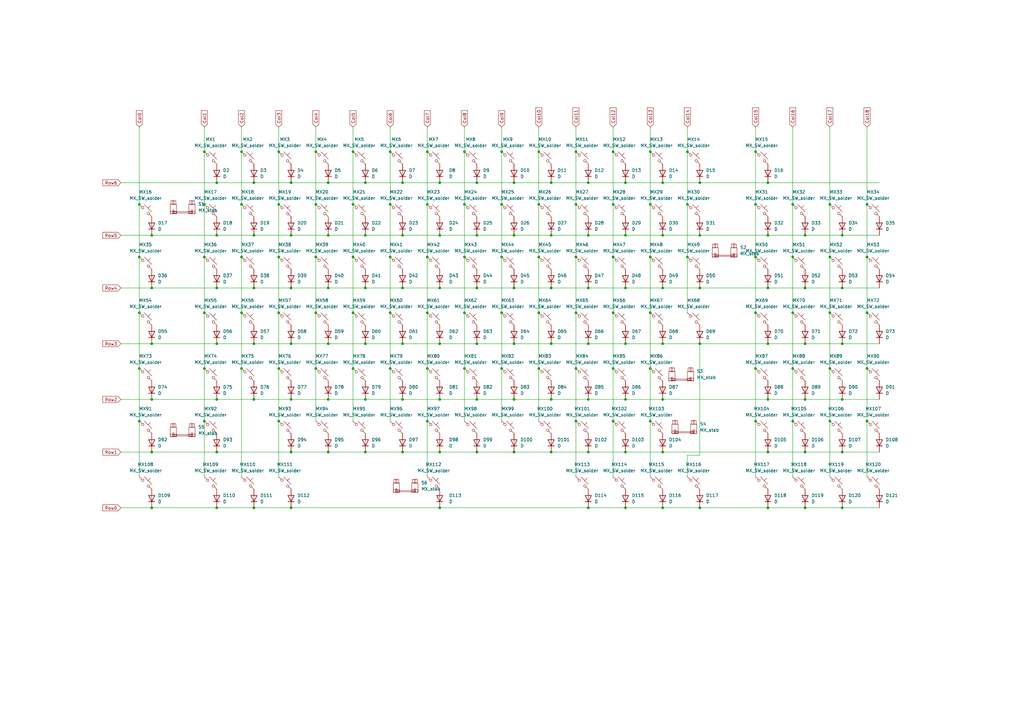
<source format=kicad_sch>
(kicad_sch (version 20231120) (generator "eeschema") (generator_version "8.0")
  (paper "A3")
  (junction (at 309.88 172.72))
  (junction (at 345.44 96.52))
  (junction (at 340.36 172.72))
  (junction (at 88.9 140.97))
  (junction (at 220.98 151.13))
  (junction (at 144.78 105.41))
  (junction (at 160.02 62.23))
  (junction (at 345.44 163.83))
  (junction (at 129.54 151.13))
  (junction (at 220.98 83.82))
  (junction (at 88.9 185.42))
  (junction (at 160.02 105.41))
  (junction (at 88.9 96.52))
  (junction (at 104.14 74.93))
  (junction (at 251.46 83.82))
  (junction (at 220.98 128.27))
  (junction (at 205.74 151.13))
  (junction (at 251.46 62.23))
  (junction (at 62.23 163.83))
  (junction (at 355.6 151.13))
  (junction (at 256.54 163.83))
  (junction (at 236.22 128.27))
  (junction (at 175.26 105.41))
  (junction (at 236.22 172.72))
  (junction (at 309.88 105.41))
  (junction (at 256.54 96.52))
  (junction (at 236.22 151.13))
  (junction (at 271.78 140.97))
  (junction (at 345.44 118.11))
  (junction (at 226.06 163.83))
  (junction (at 149.86 185.42))
  (junction (at 129.54 83.82))
  (junction (at 119.38 74.93))
  (junction (at 314.96 208.28))
  (junction (at 205.74 105.41))
  (junction (at 129.54 128.27))
  (junction (at 83.82 83.82))
  (junction (at 241.3 185.42))
  (junction (at 210.82 118.11))
  (junction (at 256.54 208.28))
  (junction (at 325.12 105.41))
  (junction (at 119.38 140.97))
  (junction (at 57.15 105.41))
  (junction (at 149.86 96.52))
  (junction (at 287.02 140.97))
  (junction (at 325.12 128.27))
  (junction (at 314.96 185.42))
  (junction (at 144.78 128.27))
  (junction (at 266.7 172.72))
  (junction (at 251.46 128.27))
  (junction (at 180.34 118.11))
  (junction (at 287.02 118.11))
  (junction (at 99.06 105.41))
  (junction (at 165.1 118.11))
  (junction (at 180.34 140.97))
  (junction (at 190.5 83.82))
  (junction (at 241.3 140.97))
  (junction (at 114.3 83.82))
  (junction (at 149.86 163.83))
  (junction (at 226.06 185.42))
  (junction (at 345.44 140.97))
  (junction (at 256.54 185.42))
  (junction (at 175.26 128.27))
  (junction (at 83.82 128.27))
  (junction (at 190.5 105.41))
  (junction (at 180.34 185.42))
  (junction (at 180.34 208.28))
  (junction (at 104.14 118.11))
  (junction (at 99.06 151.13))
  (junction (at 195.58 118.11))
  (junction (at 210.82 185.42))
  (junction (at 175.26 172.72))
  (junction (at 83.82 62.23))
  (junction (at 62.23 118.11))
  (junction (at 134.62 140.97))
  (junction (at 210.82 74.93))
  (junction (at 144.78 151.13))
  (junction (at 129.54 62.23))
  (junction (at 281.94 83.82))
  (junction (at 340.36 128.27))
  (junction (at 220.98 105.41))
  (junction (at 325.12 172.72))
  (junction (at 251.46 151.13))
  (junction (at 205.74 62.23))
  (junction (at 134.62 185.42))
  (junction (at 62.23 208.28))
  (junction (at 309.88 151.13))
  (junction (at 165.1 74.93))
  (junction (at 104.14 96.52))
  (junction (at 241.3 118.11))
  (junction (at 114.3 151.13))
  (junction (at 241.3 74.93))
  (junction (at 144.78 62.23))
  (junction (at 287.02 208.28))
  (junction (at 314.96 118.11))
  (junction (at 134.62 96.52))
  (junction (at 314.96 74.93))
  (junction (at 104.14 163.83))
  (junction (at 325.12 83.82))
  (junction (at 149.86 118.11))
  (junction (at 99.06 62.23))
  (junction (at 195.58 140.97))
  (junction (at 355.6 83.82))
  (junction (at 119.38 208.28))
  (junction (at 309.88 83.82))
  (junction (at 251.46 105.41))
  (junction (at 129.54 105.41))
  (junction (at 180.34 74.93))
  (junction (at 99.06 83.82))
  (junction (at 287.02 96.52))
  (junction (at 195.58 74.93))
  (junction (at 165.1 96.52))
  (junction (at 314.96 140.97))
  (junction (at 83.82 172.72))
  (junction (at 241.3 96.52))
  (junction (at 104.14 140.97))
  (junction (at 251.46 172.72))
  (junction (at 175.26 83.82))
  (junction (at 330.2 118.11))
  (junction (at 266.7 128.27))
  (junction (at 330.2 96.52))
  (junction (at 160.02 83.82))
  (junction (at 226.06 118.11))
  (junction (at 205.74 128.27))
  (junction (at 340.36 105.41))
  (junction (at 180.34 163.83))
  (junction (at 190.5 151.13))
  (junction (at 165.1 140.97))
  (junction (at 83.82 105.41))
  (junction (at 62.23 96.52))
  (junction (at 195.58 96.52))
  (junction (at 236.22 83.82))
  (junction (at 330.2 163.83))
  (junction (at 144.78 83.82))
  (junction (at 210.82 140.97))
  (junction (at 226.06 96.52))
  (junction (at 190.5 128.27))
  (junction (at 271.78 185.42))
  (junction (at 149.86 140.97))
  (junction (at 281.94 62.23))
  (junction (at 309.88 128.27))
  (junction (at 205.74 83.82))
  (junction (at 88.9 118.11))
  (junction (at 314.96 163.83))
  (junction (at 325.12 151.13))
  (junction (at 180.34 96.52))
  (junction (at 88.9 74.93))
  (junction (at 114.3 172.72))
  (junction (at 195.58 185.42))
  (junction (at 256.54 140.97))
  (junction (at 57.15 172.72))
  (junction (at 256.54 74.93))
  (junction (at 134.62 163.83))
  (junction (at 345.44 208.28))
  (junction (at 330.2 208.28))
  (junction (at 83.82 151.13))
  (junction (at 62.23 185.42))
  (junction (at 57.15 83.82))
  (junction (at 149.86 74.93))
  (junction (at 256.54 118.11))
  (junction (at 271.78 74.93))
  (junction (at 266.7 62.23))
  (junction (at 281.94 105.41))
  (junction (at 104.14 208.28))
  (junction (at 226.06 74.93))
  (junction (at 266.7 105.41))
  (junction (at 340.36 83.82))
  (junction (at 114.3 62.23))
  (junction (at 236.22 62.23))
  (junction (at 119.38 96.52))
  (junction (at 57.15 151.13))
  (junction (at 241.3 163.83))
  (junction (at 210.82 96.52))
  (junction (at 355.6 128.27))
  (junction (at 175.26 151.13))
  (junction (at 271.78 163.83))
  (junction (at 99.06 128.27))
  (junction (at 355.6 172.72))
  (junction (at 195.58 163.83))
  (junction (at 287.02 74.93))
  (junction (at 309.88 62.23))
  (junction (at 271.78 208.28))
  (junction (at 210.82 163.83))
  (junction (at 190.5 62.23))
  (junction (at 165.1 163.83))
  (junction (at 62.23 140.97))
  (junction (at 114.3 128.27))
  (junction (at 345.44 185.42))
  (junction (at 134.62 74.93))
  (junction (at 160.02 128.27))
  (junction (at 330.2 185.42))
  (junction (at 271.78 118.11))
  (junction (at 57.15 128.27))
  (junction (at 175.26 62.23))
  (junction (at 160.02 151.13))
  (junction (at 134.62 118.11))
  (junction (at 226.06 140.97))
  (junction (at 340.36 151.13))
  (junction (at 266.7 151.13))
  (junction (at 114.3 105.41))
  (junction (at 119.38 163.83))
  (junction (at 119.38 118.11))
  (junction (at 266.7 83.82))
  (junction (at 220.98 62.23))
  (junction (at 241.3 208.28))
  (junction (at 119.38 185.42))
  (junction (at 314.96 96.52))
  (junction (at 355.6 105.41))
  (junction (at 271.78 96.52))
  (junction (at 88.9 208.28))
  (junction (at 236.22 105.41))
  (junction (at 88.9 163.83))
  (junction (at 165.1 185.42))
  (junction (at 330.2 140.97))
  (wire (pts (xy 220.98 151.13) (xy 220.98 172.72)))
  (wire (pts (xy 210.82 185.42) (xy 226.06 185.42)))
  (wire (pts (xy 165.1 185.42) (xy 180.34 185.42)))
  (wire (pts (xy 271.78 163.83) (xy 314.96 163.83)))
  (wire (pts (xy 205.74 151.13) (xy 205.74 172.72)))
  (wire (pts (xy 160.02 83.82) (xy 160.02 105.41)))
  (wire (pts (xy 175.26 105.41) (xy 175.26 128.27)))
  (wire (pts (xy 256.54 74.93) (xy 271.78 74.93)))
  (wire (pts (xy 190.5 128.27) (xy 190.5 151.13)))
  (wire (pts (xy 266.7 172.72) (xy 266.7 195.58)))
  (wire (pts (xy 83.82 52.07) (xy 83.82 62.23)))
  (wire (pts (xy 129.54 128.27) (xy 129.54 151.13)))
  (wire (pts (xy 241.3 74.93) (xy 256.54 74.93)))
  (wire (pts (xy 226.06 118.11) (xy 241.3 118.11)))
  (wire (pts (xy 57.15 172.72) (xy 57.15 195.58)))
  (wire (pts (xy 266.7 83.82) (xy 266.7 105.41)))
  (wire (pts (xy 57.15 128.27) (xy 57.15 151.13)))
  (wire (pts (xy 149.86 74.93) (xy 165.1 74.93)))
  (wire (pts (xy 180.34 118.11) (xy 195.58 118.11)))
  (wire (pts (xy 99.06 105.41) (xy 99.06 128.27)))
  (wire (pts (xy 220.98 128.27) (xy 220.98 151.13)))
  (wire (pts (xy 287.02 186.69) (xy 281.94 186.69)))
  (wire (pts (xy 180.34 163.83) (xy 195.58 163.83)))
  (wire (pts (xy 114.3 105.41) (xy 114.3 128.27)))
  (wire (pts (xy 241.3 163.83) (xy 256.54 163.83)))
  (wire (pts (xy 129.54 83.82) (xy 129.54 105.41)))
  (wire (pts (xy 134.62 96.52) (xy 149.86 96.52)))
  (wire (pts (xy 271.78 140.97) (xy 287.02 140.97)))
  (wire (pts (xy 281.94 105.41) (xy 281.94 128.27)))
  (wire (pts (xy 287.02 140.97) (xy 287.02 186.69)))
  (wire (pts (xy 119.38 96.52) (xy 134.62 96.52)))
  (wire (pts (xy 144.78 83.82) (xy 144.78 105.41)))
  (wire (pts (xy 266.7 151.13) (xy 266.7 172.72)))
  (wire (pts (xy 345.44 208.28) (xy 360.68 208.28)))
  (wire (pts (xy 49.53 185.42) (xy 62.23 185.42)))
  (wire (pts (xy 210.82 96.52) (xy 226.06 96.52)))
  (wire (pts (xy 271.78 118.11) (xy 287.02 118.11)))
  (wire (pts (xy 195.58 96.52) (xy 210.82 96.52)))
  (wire (pts (xy 330.2 96.52) (xy 345.44 96.52)))
  (wire (pts (xy 62.23 96.52) (xy 88.9 96.52)))
  (wire (pts (xy 340.36 83.82) (xy 340.36 105.41)))
  (wire (pts (xy 149.86 140.97) (xy 165.1 140.97)))
  (wire (pts (xy 314.96 96.52) (xy 330.2 96.52)))
  (wire (pts (xy 210.82 163.83) (xy 226.06 163.83)))
  (wire (pts (xy 62.23 140.97) (xy 88.9 140.97)))
  (wire (pts (xy 104.14 163.83) (xy 119.38 163.83)))
  (wire (pts (xy 149.86 96.52) (xy 165.1 96.52)))
  (wire (pts (xy 175.26 128.27) (xy 175.26 151.13)))
  (wire (pts (xy 119.38 118.11) (xy 134.62 118.11)))
  (wire (pts (xy 114.3 128.27) (xy 114.3 151.13)))
  (wire (pts (xy 119.38 140.97) (xy 134.62 140.97)))
  (wire (pts (xy 144.78 151.13) (xy 144.78 172.72)))
  (wire (pts (xy 57.15 151.13) (xy 57.15 172.72)))
  (wire (pts (xy 309.88 128.27) (xy 309.88 151.13)))
  (wire (pts (xy 355.6 83.82) (xy 355.6 105.41)))
  (wire (pts (xy 190.5 52.07) (xy 190.5 62.23)))
  (wire (pts (xy 355.6 151.13) (xy 355.6 172.72)))
  (wire (pts (xy 49.53 118.11) (xy 62.23 118.11)))
  (wire (pts (xy 180.34 185.42) (xy 195.58 185.42)))
  (wire (pts (xy 241.3 118.11) (xy 256.54 118.11)))
  (wire (pts (xy 149.86 118.11) (xy 165.1 118.11)))
  (wire (pts (xy 99.06 128.27) (xy 99.06 151.13)))
  (wire (pts (xy 251.46 151.13) (xy 251.46 172.72)))
  (wire (pts (xy 129.54 62.23) (xy 129.54 83.82)))
  (wire (pts (xy 180.34 74.93) (xy 195.58 74.93)))
  (wire (pts (xy 195.58 140.97) (xy 210.82 140.97)))
  (wire (pts (xy 180.34 208.28) (xy 241.3 208.28)))
  (wire (pts (xy 180.34 96.52) (xy 195.58 96.52)))
  (wire (pts (xy 271.78 96.52) (xy 287.02 96.52)))
  (wire (pts (xy 210.82 140.97) (xy 226.06 140.97)))
  (wire (pts (xy 226.06 140.97) (xy 241.3 140.97)))
  (wire (pts (xy 104.14 208.28) (xy 119.38 208.28)))
  (wire (pts (xy 175.26 62.23) (xy 175.26 83.82)))
  (wire (pts (xy 144.78 105.41) (xy 144.78 128.27)))
  (wire (pts (xy 330.2 163.83) (xy 345.44 163.83)))
  (wire (pts (xy 57.15 83.82) (xy 57.15 105.41)))
  (wire (pts (xy 330.2 208.28) (xy 345.44 208.28)))
  (wire (pts (xy 210.82 118.11) (xy 226.06 118.11)))
  (wire (pts (xy 99.06 151.13) (xy 99.06 195.58)))
  (wire (pts (xy 205.74 62.23) (xy 205.74 83.82)))
  (wire (pts (xy 88.9 118.11) (xy 104.14 118.11)))
  (wire (pts (xy 62.23 208.28) (xy 88.9 208.28)))
  (wire (pts (xy 226.06 163.83) (xy 241.3 163.83)))
  (wire (pts (xy 251.46 52.07) (xy 251.46 62.23)))
  (wire (pts (xy 88.9 74.93) (xy 104.14 74.93)))
  (wire (pts (xy 256.54 140.97) (xy 271.78 140.97)))
  (wire (pts (xy 314.96 163.83) (xy 330.2 163.83)))
  (wire (pts (xy 114.3 52.07) (xy 114.3 62.23)))
  (wire (pts (xy 62.23 185.42) (xy 88.9 185.42)))
  (wire (pts (xy 160.02 151.13) (xy 160.02 172.72)))
  (wire (pts (xy 251.46 128.27) (xy 251.46 151.13)))
  (wire (pts (xy 83.82 105.41) (xy 83.82 128.27)))
  (wire (pts (xy 236.22 128.27) (xy 236.22 151.13)))
  (wire (pts (xy 287.02 74.93) (xy 314.96 74.93)))
  (wire (pts (xy 355.6 105.41) (xy 355.6 128.27)))
  (wire (pts (xy 281.94 83.82) (xy 281.94 105.41)))
  (wire (pts (xy 129.54 151.13) (xy 129.54 172.72)))
  (wire (pts (xy 266.7 62.23) (xy 266.7 83.82)))
  (wire (pts (xy 134.62 74.93) (xy 149.86 74.93)))
  (wire (pts (xy 241.3 208.28) (xy 256.54 208.28)))
  (wire (pts (xy 190.5 62.23) (xy 190.5 83.82)))
  (wire (pts (xy 149.86 163.83) (xy 165.1 163.83)))
  (wire (pts (xy 325.12 83.82) (xy 325.12 105.41)))
  (wire (pts (xy 309.88 172.72) (xy 309.88 195.58)))
  (wire (pts (xy 134.62 185.42) (xy 149.86 185.42)))
  (wire (pts (xy 83.82 151.13) (xy 83.82 172.72)))
  (wire (pts (xy 190.5 105.41) (xy 190.5 128.27)))
  (wire (pts (xy 309.88 52.07) (xy 309.88 62.23)))
  (wire (pts (xy 49.53 208.28) (xy 62.23 208.28)))
  (wire (pts (xy 57.15 52.07) (xy 57.15 83.82)))
  (wire (pts (xy 271.78 74.93) (xy 287.02 74.93)))
  (wire (pts (xy 345.44 163.83) (xy 360.68 163.83)))
  (wire (pts (xy 325.12 128.27) (xy 325.12 151.13)))
  (wire (pts (xy 266.7 52.07) (xy 266.7 62.23)))
  (wire (pts (xy 160.02 105.41) (xy 160.02 128.27)))
  (wire (pts (xy 226.06 185.42) (xy 241.3 185.42)))
  (wire (pts (xy 281.94 186.69) (xy 281.94 195.58)))
  (wire (pts (xy 119.38 163.83) (xy 134.62 163.83)))
  (wire (pts (xy 314.96 140.97) (xy 330.2 140.97)))
  (wire (pts (xy 165.1 163.83) (xy 180.34 163.83)))
  (wire (pts (xy 256.54 163.83) (xy 271.78 163.83)))
  (wire (pts (xy 88.9 96.52) (xy 104.14 96.52)))
  (wire (pts (xy 220.98 105.41) (xy 220.98 128.27)))
  (wire (pts (xy 144.78 128.27) (xy 144.78 151.13)))
  (wire (pts (xy 104.14 74.93) (xy 119.38 74.93)))
  (wire (pts (xy 355.6 172.72) (xy 355.6 195.58)))
  (wire (pts (xy 83.82 62.23) (xy 83.82 83.82)))
  (wire (pts (xy 340.36 172.72) (xy 340.36 195.58)))
  (wire (pts (xy 236.22 62.23) (xy 236.22 83.82)))
  (wire (pts (xy 149.86 185.42) (xy 165.1 185.42)))
  (wire (pts (xy 114.3 172.72) (xy 114.3 195.58)))
  (wire (pts (xy 256.54 185.42) (xy 271.78 185.42)))
  (wire (pts (xy 160.02 128.27) (xy 160.02 151.13)))
  (wire (pts (xy 271.78 208.28) (xy 287.02 208.28)))
  (wire (pts (xy 236.22 105.41) (xy 236.22 128.27)))
  (wire (pts (xy 175.26 172.72) (xy 175.26 195.58)))
  (wire (pts (xy 160.02 62.23) (xy 160.02 83.82)))
  (wire (pts (xy 99.06 52.07) (xy 99.06 62.23)))
  (wire (pts (xy 281.94 52.07) (xy 281.94 62.23)))
  (wire (pts (xy 325.12 52.07) (xy 325.12 83.82)))
  (wire (pts (xy 165.1 118.11) (xy 180.34 118.11)))
  (wire (pts (xy 251.46 172.72) (xy 251.46 195.58)))
  (wire (pts (xy 241.3 185.42) (xy 256.54 185.42)))
  (wire (pts (xy 236.22 151.13) (xy 236.22 172.72)))
  (wire (pts (xy 144.78 52.07) (xy 144.78 62.23)))
  (wire (pts (xy 62.23 163.83) (xy 88.9 163.83)))
  (wire (pts (xy 104.14 140.97) (xy 119.38 140.97)))
  (wire (pts (xy 195.58 185.42) (xy 210.82 185.42)))
  (wire (pts (xy 220.98 52.07) (xy 220.98 62.23)))
  (wire (pts (xy 266.7 105.41) (xy 266.7 128.27)))
  (wire (pts (xy 226.06 96.52) (xy 241.3 96.52)))
  (wire (pts (xy 144.78 62.23) (xy 144.78 83.82)))
  (wire (pts (xy 266.7 128.27) (xy 266.7 151.13)))
  (wire (pts (xy 88.9 163.83) (xy 104.14 163.83)))
  (wire (pts (xy 241.3 140.97) (xy 256.54 140.97)))
  (wire (pts (xy 83.82 172.72) (xy 83.82 195.58)))
  (wire (pts (xy 119.38 208.28) (xy 180.34 208.28)))
  (wire (pts (xy 175.26 52.07) (xy 175.26 62.23)))
  (wire (pts (xy 195.58 163.83) (xy 210.82 163.83)))
  (wire (pts (xy 314.96 185.42) (xy 330.2 185.42)))
  (wire (pts (xy 309.88 105.41) (xy 309.88 128.27)))
  (wire (pts (xy 309.88 83.82) (xy 309.88 105.41)))
  (wire (pts (xy 190.5 151.13) (xy 190.5 172.72)))
  (wire (pts (xy 226.06 74.93) (xy 241.3 74.93)))
  (wire (pts (xy 83.82 128.27) (xy 83.82 151.13)))
  (wire (pts (xy 325.12 151.13) (xy 325.12 172.72)))
  (wire (pts (xy 281.94 62.23) (xy 281.94 83.82)))
  (wire (pts (xy 345.44 96.52) (xy 360.68 96.52)))
  (wire (pts (xy 309.88 151.13) (xy 309.88 172.72)))
  (wire (pts (xy 241.3 96.52) (xy 256.54 96.52)))
  (wire (pts (xy 205.74 105.41) (xy 205.74 128.27)))
  (wire (pts (xy 251.46 105.41) (xy 251.46 128.27)))
  (wire (pts (xy 314.96 118.11) (xy 330.2 118.11)))
  (wire (pts (xy 104.14 118.11) (xy 119.38 118.11)))
  (wire (pts (xy 49.53 140.97) (xy 62.23 140.97)))
  (wire (pts (xy 57.15 105.41) (xy 57.15 128.27)))
  (wire (pts (xy 345.44 185.42) (xy 360.68 185.42)))
  (wire (pts (xy 88.9 140.97) (xy 104.14 140.97)))
  (wire (pts (xy 236.22 52.07) (xy 236.22 62.23)))
  (wire (pts (xy 134.62 163.83) (xy 149.86 163.83)))
  (wire (pts (xy 325.12 172.72) (xy 325.12 195.58)))
  (wire (pts (xy 287.02 140.97) (xy 314.96 140.97)))
  (wire (pts (xy 340.36 52.07) (xy 340.36 83.82)))
  (wire (pts (xy 190.5 83.82) (xy 190.5 105.41)))
  (wire (pts (xy 99.06 83.82) (xy 99.06 105.41)))
  (wire (pts (xy 210.82 74.93) (xy 226.06 74.93)))
  (wire (pts (xy 309.88 62.23) (xy 309.88 83.82)))
  (wire (pts (xy 256.54 96.52) (xy 271.78 96.52)))
  (wire (pts (xy 314.96 208.28) (xy 330.2 208.28)))
  (wire (pts (xy 236.22 83.82) (xy 236.22 105.41)))
  (wire (pts (xy 330.2 118.11) (xy 345.44 118.11)))
  (wire (pts (xy 236.22 172.72) (xy 236.22 195.58)))
  (wire (pts (xy 175.26 151.13) (xy 175.26 172.72)))
  (wire (pts (xy 104.14 96.52) (xy 119.38 96.52)))
  (wire (pts (xy 355.6 128.27) (xy 355.6 151.13)))
  (wire (pts (xy 160.02 52.07) (xy 160.02 62.23)))
  (wire (pts (xy 287.02 208.28) (xy 314.96 208.28)))
  (wire (pts (xy 205.74 128.27) (xy 205.74 151.13)))
  (wire (pts (xy 220.98 62.23) (xy 220.98 83.82)))
  (wire (pts (xy 88.9 208.28) (xy 104.14 208.28)))
  (wire (pts (xy 256.54 118.11) (xy 271.78 118.11)))
  (wire (pts (xy 271.78 185.42) (xy 314.96 185.42)))
  (wire (pts (xy 330.2 185.42) (xy 345.44 185.42)))
  (wire (pts (xy 256.54 208.28) (xy 271.78 208.28)))
  (wire (pts (xy 251.46 62.23) (xy 251.46 83.82)))
  (wire (pts (xy 99.06 62.23) (xy 99.06 83.82)))
  (wire (pts (xy 62.23 118.11) (xy 88.9 118.11)))
  (wire (pts (xy 345.44 140.97) (xy 360.68 140.97)))
  (wire (pts (xy 205.74 83.82) (xy 205.74 105.41)))
  (wire (pts (xy 134.62 140.97) (xy 149.86 140.97)))
  (wire (pts (xy 340.36 151.13) (xy 340.36 172.72)))
  (wire (pts (xy 340.36 128.27) (xy 340.36 151.13)))
  (wire (pts (xy 287.02 96.52) (xy 314.96 96.52)))
  (wire (pts (xy 180.34 140.97) (xy 195.58 140.97)))
  (wire (pts (xy 119.38 185.42) (xy 134.62 185.42)))
  (wire (pts (xy 195.58 74.93) (xy 210.82 74.93)))
  (wire (pts (xy 314.96 74.93) (xy 360.68 74.93)))
  (wire (pts (xy 325.12 105.41) (xy 325.12 128.27)))
  (wire (pts (xy 345.44 118.11) (xy 360.68 118.11)))
  (wire (pts (xy 134.62 118.11) (xy 149.86 118.11)))
  (wire (pts (xy 330.2 140.97) (xy 345.44 140.97)))
  (wire (pts (xy 49.53 74.93) (xy 88.9 74.93)))
  (wire (pts (xy 251.46 83.82) (xy 251.46 105.41)))
  (wire (pts (xy 220.98 83.82) (xy 220.98 105.41)))
  (wire (pts (xy 129.54 52.07) (xy 129.54 62.23)))
  (wire (pts (xy 49.53 163.83) (xy 62.23 163.83)))
  (wire (pts (xy 165.1 140.97) (xy 180.34 140.97)))
  (wire (pts (xy 83.82 83.82) (xy 83.82 105.41)))
  (wire (pts (xy 129.54 105.41) (xy 129.54 128.27)))
  (wire (pts (xy 114.3 83.82) (xy 114.3 105.41)))
  (wire (pts (xy 88.9 185.42) (xy 119.38 185.42)))
  (wire (pts (xy 49.53 96.52) (xy 62.23 96.52)))
  (wire (pts (xy 287.02 118.11) (xy 314.96 118.11)))
  (wire (pts (xy 119.38 74.93) (xy 134.62 74.93)))
  (wire (pts (xy 175.26 83.82) (xy 175.26 105.41)))
  (wire (pts (xy 114.3 62.23) (xy 114.3 83.82)))
  (wire (pts (xy 165.1 74.93) (xy 180.34 74.93)))
  (wire (pts (xy 195.58 118.11) (xy 210.82 118.11)))
  (wire (pts (xy 205.74 52.07) (xy 205.74 62.23)))
  (wire (pts (xy 355.6 52.07) (xy 355.6 83.82)))
  (wire (pts (xy 165.1 96.52) (xy 180.34 96.52)))
  (wire (pts (xy 114.3 151.13) (xy 114.3 172.72)))
  (wire (pts (xy 340.36 105.41) (xy 340.36 128.27)))
  (global_label "Col18" (shape input) (at 355.6 52.07 90) (property "Intersheetrefs" "${INTERSHEET_REFS}" (effects (hide yes))))
  (global_label "Col8" (shape input) (at 190.5 52.07 90) (property "Intersheetrefs" "${INTERSHEET_REFS}" (effects (hide yes))))
  (global_label "Row2" (shape input) (at 49.53 163.83 180) (property "Intersheetrefs" "${INTERSHEET_REFS}" (effects (hide yes))))
  (global_label "Col16" (shape input) (at 325.12 52.07 90) (property "Intersheetrefs" "${INTERSHEET_REFS}" (effects (hide yes))))
  (global_label "Col17" (shape input) (at 340.36 52.07 90) (property "Intersheetrefs" "${INTERSHEET_REFS}" (effects (hide yes))))
  (global_label "Col11" (shape input) (at 236.22 52.07 90) (property "Intersheetrefs" "${INTERSHEET_REFS}" (effects (hide yes))))
  (global_label "Col1" (shape input) (at 83.82 52.07 90) (property "Intersheetrefs" "${INTERSHEET_REFS}" (effects (hide yes))))
  (global_label "Row5" (shape input) (at 49.53 96.52 180) (property "Intersheetrefs" "${INTERSHEET_REFS}" (effects (hide yes))))
  (global_label "Row0" (shape input) (at 49.53 208.28 180) (property "Intersheetrefs" "${INTERSHEET_REFS}" (effects (hide yes))))
  (global_label "Col13" (shape input) (at 266.7 52.07 90) (property "Intersheetrefs" "${INTERSHEET_REFS}" (effects (hide yes))))
  (global_label "Col2" (shape input) (at 99.06 52.07 90) (property "Intersheetrefs" "${INTERSHEET_REFS}" (effects (hide yes))))
  (global_label "Row4" (shape input) (at 49.53 118.11 180) (property "Intersheetrefs" "${INTERSHEET_REFS}" (effects (hide yes))))
  (global_label "Col9" (shape input) (at 205.74 52.07 90) (property "Intersheetrefs" "${INTERSHEET_REFS}" (effects (hide yes))))
  (global_label "Col3" (shape input) (at 114.3 52.07 90) (property "Intersheetrefs" "${INTERSHEET_REFS}" (effects (hide yes))))
  (global_label "Row6" (shape input) (at 49.53 74.93 180) (property "Intersheetrefs" "${INTERSHEET_REFS}" (effects (hide yes))))
  (global_label "Col7" (shape input) (at 175.26 52.07 90) (property "Intersheetrefs" "${INTERSHEET_REFS}" (effects (hide yes))))
  (global_label "Col0" (shape input) (at 57.15 52.07 90) (property "Intersheetrefs" "${INTERSHEET_REFS}" (effects (hide yes))))
  (global_label "Col5" (shape input) (at 144.78 52.07 90) (property "Intersheetrefs" "${INTERSHEET_REFS}" (effects (hide yes))))
  (global_label "Row3" (shape input) (at 49.53 140.97 180) (property "Intersheetrefs" "${INTERSHEET_REFS}" (effects (hide yes))))
  (global_label "Col4" (shape input) (at 129.54 52.07 90) (property "Intersheetrefs" "${INTERSHEET_REFS}" (effects (hide yes))))
  (global_label "Col6" (shape input) (at 160.02 52.07 90) (property "Intersheetrefs" "${INTERSHEET_REFS}" (effects (hide yes))))
  (global_label "Col15" (shape input) (at 309.88 52.07 90) (property "Intersheetrefs" "${INTERSHEET_REFS}" (effects (hide yes))))
  (global_label "Col12" (shape input) (at 251.46 52.07 90) (property "Intersheetrefs" "${INTERSHEET_REFS}" (effects (hide yes))))
  (global_label "Row1" (shape input) (at 49.53 185.42 180) (property "Intersheetrefs" "${INTERSHEET_REFS}" (effects (hide yes))))
  (global_label "Col14" (shape input) (at 281.94 52.07 90) (property "Intersheetrefs" "${INTERSHEET_REFS}" (effects (hide yes))))
  (global_label "Col10" (shape input) (at 220.98 52.07 90) (property "Intersheetrefs" "${INTERSHEET_REFS}" (effects (hide yes))))
  (symbol (lib_id "Device:D") (at 256.54 92.71 90) (unit 1)
    (property "Reference" "D29" (at 259.08 91.4399 90) (effects (justify right)))
    (property "Value" "D" (at 259.08 93.9799 90) (effects (justify right)))
    (property "Footprint" "Diode_SMD:D_SOD-123" (effects (hide yes)))
    (property "Description" "Diode" (effects (hide yes)))
    (property "Sim.Device" "D" (effects (hide yes)))
    (property "Sim.Pins" "1=K 2=A" (effects (hide yes)))
  )
  (symbol (lib_id "Device:D") (at 134.62 160.02 90) (unit 1)
    (property "Reference" "D78" (at 137.16 158.7499 90) (effects (justify right)))
    (property "Value" "D" (at 137.16 161.2899 90) (effects (justify right)))
    (property "Footprint" "Diode_SMD:D_SOD-123" (effects (hide yes)))
    (property "Description" "Diode" (effects (hide yes)))
    (property "Sim.Device" "D" (effects (hide yes)))
    (property "Sim.Pins" "1=K 2=A" (effects (hide yes)))
  )
  (symbol (lib_id "Device:D") (at 104.14 160.02 90) (unit 1)
    (property "Reference" "D76" (at 106.68 158.7499 90) (effects (justify right)))
    (property "Value" "D" (at 106.68 161.2899 90) (effects (justify right)))
    (property "Footprint" "Diode_SMD:D_SOD-123" (effects (hide yes)))
    (property "Description" "Diode" (effects (hide yes)))
    (property "Sim.Device" "D" (effects (hide yes)))
    (property "Sim.Pins" "1=K 2=A" (effects (hide yes)))
  )
  (symbol (lib_id "Device:D") (at 62.23 181.61 90) (unit 1)
    (property "Reference" "D92" (at 64.77 180.3399 90) (effects (justify right)))
    (property "Value" "D" (at 64.77 182.8799 90) (effects (justify right)))
    (property "Footprint" "Diode_SMD:D_SOD-123" (effects (hide yes)))
    (property "Description" "Diode" (effects (hide yes)))
    (property "Sim.Device" "D" (effects (hide yes)))
    (property "Sim.Pins" "1=K 2=A" (effects (hide yes)))
  )
  (symbol (lib_id "PCM_marbastlib-mx:MX_SW_solder") (at 269.24 86.36 0) (unit 1)
    (property "Reference" "MX29" (at 269.24 78.74 0))
    (property "Value" "MX_SW_solder" (at 269.24 81.28 0))
    (property "Footprint" "PCM_marbastlib-mx:SW_MX_1u" (effects (hide yes)))
    (property "Description" "Push button switch, normally open, two pins, 45° tilted" (effects (hide yes)))
  )
  (symbol (lib_id "PCM_marbastlib-mx:MX_SW_solder") (at 342.9 175.26 0) (unit 1)
    (property "Reference" "MX106" (at 342.9 167.64 0))
    (property "Value" "MX_SW_solder" (at 342.9 170.18 0))
    (property "Footprint" "PCM_marbastlib-mx:SW_MX_1u" (effects (hide yes)))
    (property "Description" "Push button switch, normally open, two pins, 45° tilted" (effects (hide yes)))
  )
  (symbol (lib_id "Device:D") (at 195.58 137.16 90) (unit 1)
    (property "Reference" "D63" (at 198.12 135.8899 90) (effects (justify right)))
    (property "Value" "D" (at 198.12 138.4299 90) (effects (justify right)))
    (property "Footprint" "Diode_SMD:D_SOD-123" (effects (hide yes)))
    (property "Description" "Diode" (effects (hide yes)))
    (property "Sim.Device" "D" (effects (hide yes)))
    (property "Sim.Pins" "1=K 2=A" (effects (hide yes)))
  )
  (symbol (lib_id "PCM_marbastlib-mx:MX_SW_solder") (at 358.14 130.81 0) (unit 1)
    (property "Reference" "MX72" (at 358.14 123.19 0))
    (property "Value" "MX_SW_solder" (at 358.14 125.73 0))
    (property "Footprint" "PCM_marbastlib-mx:SW_MX_1u" (effects (hide yes)))
    (property "Description" "Push button switch, normally open, two pins, 45° tilted" (effects (hide yes)))
  )
  (symbol (lib_id "Device:D") (at 165.1 137.16 90) (unit 1)
    (property "Reference" "D61" (at 167.64 135.8899 90) (effects (justify right)))
    (property "Value" "D" (at 167.64 138.4299 90) (effects (justify right)))
    (property "Footprint" "Diode_SMD:D_SOD-123" (effects (hide yes)))
    (property "Description" "Diode" (effects (hide yes)))
    (property "Sim.Device" "D" (effects (hide yes)))
    (property "Sim.Pins" "1=K 2=A" (effects (hide yes)))
  )
  (symbol (lib_id "PCM_marbastlib-mx:MX_SW_solder") (at 358.14 107.95 0) (unit 1)
    (property "Reference" "MX53" (at 358.14 100.33 0))
    (property "Value" "MX_SW_solder" (at 358.14 102.87 0))
    (property "Footprint" "PCM_marbastlib-mx:SW_MX_1u" (effects (hide yes)))
    (property "Description" "Push button switch, normally open, two pins, 45° tilted" (effects (hide yes)))
  )
  (symbol (lib_id "Device:D") (at 119.38 181.61 90) (unit 1)
    (property "Reference" "D94" (at 121.92 180.3399 90) (effects (justify right)))
    (property "Value" "D" (at 121.92 182.8799 90) (effects (justify right)))
    (property "Footprint" "Diode_SMD:D_SOD-123" (effects (hide yes)))
    (property "Description" "Diode" (effects (hide yes)))
    (property "Sim.Device" "D" (effects (hide yes)))
    (property "Sim.Pins" "1=K 2=A" (effects (hide yes)))
  )
  (symbol (lib_id "Device:D") (at 226.06 160.02 90) (unit 1)
    (property "Reference" "D84" (at 228.6 158.7499 90) (effects (justify right)))
    (property "Value" "D" (at 228.6 161.2899 90) (effects (justify right)))
    (property "Footprint" "Diode_SMD:D_SOD-123" (effects (hide yes)))
    (property "Description" "Diode" (effects (hide yes)))
    (property "Sim.Device" "D" (effects (hide yes)))
    (property "Sim.Pins" "1=K 2=A" (effects (hide yes)))
  )
  (symbol (lib_id "PCM_marbastlib-mx:MX_SW_solder") (at 208.28 64.77 0) (unit 1)
    (property "Reference" "MX9" (at 208.28 57.15 0))
    (property "Value" "MX_SW_solder" (at 208.28 59.69 0))
    (property "Footprint" "PCM_marbastlib-mx:SW_MX_1u" (effects (hide yes)))
    (property "Description" "Push button switch, normally open, two pins, 45° tilted" (effects (hide yes)))
  )
  (symbol (lib_id "Device:D") (at 62.23 114.3 90) (unit 1)
    (property "Reference" "D36" (at 64.77 113.0299 90) (effects (justify right)))
    (property "Value" "D" (at 64.77 115.5699 90) (effects (justify right)))
    (property "Footprint" "Diode_SMD:D_SOD-123" (effects (hide yes)))
    (property "Description" "Diode" (effects (hide yes)))
    (property "Sim.Device" "D" (effects (hide yes)))
    (property "Sim.Pins" "1=K 2=A" (effects (hide yes)))
  )
  (symbol (lib_id "PCM_marbastlib-mx:MX_SW_solder") (at 269.24 130.81 0) (unit 1)
    (property "Reference" "MX67" (at 269.24 123.19 0))
    (property "Value" "MX_SW_solder" (at 269.24 125.73 0))
    (property "Footprint" "PCM_marbastlib-mx:SW_MX_1u" (effects (hide yes)))
    (property "Description" "Push button switch, normally open, two pins, 45° tilted" (effects (hide yes)))
  )
  (symbol (lib_id "PCM_marbastlib-mx:MX_SW_solder") (at 101.6 107.95 0) (unit 1)
    (property "Reference" "MX37" (at 101.6 100.33 0))
    (property "Value" "MX_SW_solder" (at 101.6 102.87 0))
    (property "Footprint" "PCM_marbastlib-mx:SW_MX_1u" (effects (hide yes)))
    (property "Description" "Push button switch, normally open, two pins, 45° tilted" (effects (hide yes)))
  )
  (symbol (lib_id "PCM_marbastlib-mx:MX_SW_solder") (at 177.8 86.36 0) (unit 1)
    (property "Reference" "MX23" (at 177.8 78.74 0))
    (property "Value" "MX_SW_solder" (at 177.8 81.28 0))
    (property "Footprint" "PCM_marbastlib-mx:SW_MX_1u" (effects (hide yes)))
    (property "Description" "Push button switch, normally open, two pins, 45° tilted" (effects (hide yes)))
  )
  (symbol (lib_id "PCM_marbastlib-mx:MX_SW_solder") (at 59.69 107.95 0) (unit 1)
    (property "Reference" "MX35" (at 59.69 100.33 0))
    (property "Value" "MX_SW_solder" (at 59.69 102.87 0))
    (property "Footprint" "PCM_marbastlib-mx:SW_MX_1u" (effects (hide yes)))
    (property "Description" "Push button switch, normally open, two pins, 45° tilted" (effects (hide yes)))
  )
  (symbol (lib_id "PCM_marbastlib-mx:MX_SW_solder") (at 238.76 64.77 0) (unit 1)
    (property "Reference" "MX11" (at 238.76 57.15 0))
    (property "Value" "MX_SW_solder" (at 238.76 59.69 0))
    (property "Footprint" "PCM_marbastlib-mx:SW_MX_1u" (effects (hide yes)))
    (property "Description" "Push button switch, normally open, two pins, 45° tilted" (effects (hide yes)))
  )
  (symbol (lib_id "Device:D") (at 88.9 114.3 90) (unit 1)
    (property "Reference" "D37" (at 91.44 113.0299 90) (effects (justify right)))
    (property "Value" "D" (at 91.44 115.5699 90) (effects (justify right)))
    (property "Footprint" "Diode_SMD:D_SOD-123" (effects (hide yes)))
    (property "Description" "Diode" (effects (hide yes)))
    (property "Sim.Device" "D" (effects (hide yes)))
    (property "Sim.Pins" "1=K 2=A" (effects (hide yes)))
  )
  (symbol (lib_id "PCM_marbastlib-mx:MX_SW_solder") (at 162.56 107.95 0) (unit 1)
    (property "Reference" "MX41" (at 162.56 100.33 0))
    (property "Value" "MX_SW_solder" (at 162.56 102.87 0))
    (property "Footprint" "PCM_marbastlib-mx:SW_MX_1u" (effects (hide yes)))
    (property "Description" "Push button switch, normally open, two pins, 45° tilted" (effects (hide yes)))
  )
  (symbol (lib_id "PCM_marbastlib-mx:MX_SW_solder") (at 59.69 198.12 0) (unit 1)
    (property "Reference" "MX108" (at 59.69 190.5 0))
    (property "Value" "MX_SW_solder" (at 59.69 193.04 0))
    (property "Footprint" "PCM_marbastlib-mx:SW_MX_1u" (effects (hide yes)))
    (property "Description" "Push button switch, normally open, two pins, 45° tilted" (effects (hide yes)))
  )
  (symbol (lib_id "Device:D") (at 271.78 71.12 90) (unit 1)
    (property "Reference" "D14" (at 274.32 69.8499 90) (effects (justify right)))
    (property "Value" "D" (at 274.32 72.3899 90) (effects (justify right)))
    (property "Footprint" "Diode_SMD:D_SOD-123" (effects (hide yes)))
    (property "Description" "Diode" (effects (hide yes)))
    (property "Sim.Device" "D" (effects (hide yes)))
    (property "Sim.Pins" "1=K 2=A" (effects (hide yes)))
  )
  (symbol (lib_id "PCM_marbastlib-mx:MX_SW_solder") (at 162.56 86.36 0) (unit 1)
    (property "Reference" "MX22" (at 162.56 78.74 0))
    (property "Value" "MX_SW_solder" (at 162.56 81.28 0))
    (property "Footprint" "PCM_marbastlib-mx:SW_MX_1u" (effects (hide yes)))
    (property "Description" "Push button switch, normally open, two pins, 45° tilted" (effects (hide yes)))
  )
  (symbol (lib_id "Device:D") (at 271.78 181.61 90) (unit 1)
    (property "Reference" "D104" (at 274.32 180.3399 90) (effects (justify right)))
    (property "Value" "D" (at 274.32 182.8799 90) (effects (justify right)))
    (property "Footprint" "Diode_SMD:D_SOD-123" (effects (hide yes)))
    (property "Description" "Diode" (effects (hide yes)))
    (property "Sim.Device" "D" (effects (hide yes)))
    (property "Sim.Pins" "1=K 2=A" (effects (hide yes)))
  )
  (symbol (lib_id "PCM_marbastlib-mx:MX_SW_solder") (at 238.76 198.12 0) (unit 1)
    (property "Reference" "MX113" (at 238.76 190.5 0))
    (property "Value" "MX_SW_solder" (at 238.76 193.04 0))
    (property "Footprint" "PCM_marbastlib-mx:SW_MX_1u" (effects (hide yes)))
    (property "Description" "Push button switch, normally open, two pins, 45° tilted" (effects (hide yes)))
  )
  (symbol (lib_id "Device:D") (at 104.14 71.12 90) (unit 1)
    (property "Reference" "D3" (at 106.68 69.8499 90) (effects (justify right)))
    (property "Value" "D" (at 106.68 72.3899 90) (effects (justify right)))
    (property "Footprint" "Diode_SMD:D_SOD-123" (effects (hide yes)))
    (property "Description" "Diode" (effects (hide yes)))
    (property "Sim.Device" "D" (effects (hide yes)))
    (property "Sim.Pins" "1=K 2=A" (effects (hide yes)))
  )
  (symbol (lib_id "Device:D") (at 256.54 181.61 90) (unit 1)
    (property "Reference" "D103" (at 259.08 180.3399 90) (effects (justify right)))
    (property "Value" "D" (at 259.08 182.8799 90) (effects (justify right)))
    (property "Footprint" "Diode_SMD:D_SOD-123" (effects (hide yes)))
    (property "Description" "Diode" (effects (hide yes)))
    (property "Sim.Device" "D" (effects (hide yes)))
    (property "Sim.Pins" "1=K 2=A" (effects (hide yes)))
  )
  (symbol (lib_id "PCM_marbastlib-mx:MX_SW_solder") (at 358.14 175.26 0) (unit 1)
    (property "Reference" "MX107" (at 358.14 167.64 0))
    (property "Value" "MX_SW_solder" (at 358.14 170.18 0))
    (property "Footprint" "PCM_marbastlib-mx:SW_MX_1u" (effects (hide yes)))
    (property "Description" "Push button switch, normally open, two pins, 45° tilted" (effects (hide yes)))
  )
  (symbol (lib_id "PCM_marbastlib-mx:MX_SW_solder") (at 177.8 107.95 0) (unit 1)
    (property "Reference" "MX42" (at 177.8 100.33 0))
    (property "Value" "MX_SW_solder" (at 177.8 102.87 0))
    (property "Footprint" "PCM_marbastlib-mx:SW_MX_1u" (effects (hide yes)))
    (property "Description" "Push button switch, normally open, two pins, 45° tilted" (effects (hide yes)))
  )
  (symbol (lib_id "PCM_marbastlib-mx:MX_SW_solder") (at 327.66 86.36 0) (unit 1)
    (property "Reference" "MX32" (at 327.66 78.74 0))
    (property "Value" "MX_SW_solder" (at 327.66 81.28 0))
    (property "Footprint" "PCM_marbastlib-mx:SW_MX_1u" (effects (hide yes)))
    (property "Description" "Push button switch, normally open, two pins, 45° tilted" (effects (hide yes)))
  )
  (symbol (lib_id "PCM_marbastlib-mx:MX_SW_solder") (at 342.9 130.81 0) (unit 1)
    (property "Reference" "MX71" (at 342.9 123.19 0))
    (property "Value" "MX_SW_solder" (at 342.9 125.73 0))
    (property "Footprint" "PCM_marbastlib-mx:SW_MX_1u" (effects (hide yes)))
    (property "Description" "Push button switch, normally open, two pins, 45° tilted" (effects (hide yes)))
  )
  (symbol (lib_id "PCM_marbastlib-mx:MX_stab") (at 74.93 176.53 0) (unit 1)
    (property "Reference" "S5" (at 81.28 175.1329 0) (effects (justify left)))
    (property "Value" "MX_stab" (at 81.28 177.6729 0) (effects (justify left)))
    (property "Footprint" "PCM_marbastlib-mx:STAB_MX_P_2.25u" (effects (hide yes)))
    (property "Description" "Cherry MX-style stabilizer" (effects (hide yes)))
  )
  (symbol (lib_id "Device:D") (at 314.96 92.71 90) (unit 1)
    (property "Reference" "D32" (at 317.5 91.4399 90) (effects (justify right)))
    (property "Value" "D" (at 317.5 93.9799 90) (effects (justify right)))
    (property "Footprint" "Diode_SMD:D_SOD-123" (effects (hide yes)))
    (property "Description" "Diode" (effects (hide yes)))
    (property "Sim.Device" "D" (effects (hide yes)))
    (property "Sim.Pins" "1=K 2=A" (effects (hide yes)))
  )
  (symbol (lib_id "Device:D") (at 149.86 137.16 90) (unit 1)
    (property "Reference" "D60" (at 152.4 135.8899 90) (effects (justify right)))
    (property "Value" "D" (at 152.4 138.4299 90) (effects (justify right)))
    (property "Footprint" "Diode_SMD:D_SOD-123" (effects (hide yes)))
    (property "Description" "Diode" (effects (hide yes)))
    (property "Sim.Device" "D" (effects (hide yes)))
    (property "Sim.Pins" "1=K 2=A" (effects (hide yes)))
  )
  (symbol (lib_id "PCM_marbastlib-mx:MX_SW_solder") (at 238.76 175.26 0) (unit 1)
    (property "Reference" "MX101" (at 238.76 167.64 0))
    (property "Value" "MX_SW_solder" (at 238.76 170.18 0))
    (property "Footprint" "PCM_marbastlib-mx:SW_MX_1u" (effects (hide yes)))
    (property "Description" "Push button switch, normally open, two pins, 45° tilted" (effects (hide yes)))
  )
  (symbol (lib_id "Device:D") (at 195.58 92.71 90) (unit 1)
    (property "Reference" "D25" (at 198.12 91.4399 90) (effects (justify right)))
    (property "Value" "D" (at 198.12 93.9799 90) (effects (justify right)))
    (property "Footprint" "Diode_SMD:D_SOD-123" (effects (hide yes)))
    (property "Description" "Diode" (effects (hide yes)))
    (property "Sim.Device" "D" (effects (hide yes)))
    (property "Sim.Pins" "1=K 2=A" (effects (hide yes)))
  )
  (symbol (lib_id "Device:D") (at 256.54 204.47 90) (unit 1)
    (property "Reference" "D115" (at 259.08 203.1999 90) (effects (justify right)))
    (property "Value" "D" (at 259.08 205.7399 90) (effects (justify right)))
    (property "Footprint" "Diode_SMD:D_SOD-123" (effects (hide yes)))
    (property "Description" "Diode" (effects (hide yes)))
    (property "Sim.Device" "D" (effects (hide yes)))
    (property "Sim.Pins" "1=K 2=A" (effects (hide yes)))
  )
  (symbol (lib_id "PCM_marbastlib-mx:MX_SW_solder") (at 269.24 107.95 0) (unit 1)
    (property "Reference" "MX48" (at 269.24 100.33 0))
    (property "Value" "MX_SW_solder" (at 269.24 102.87 0))
    (property "Footprint" "PCM_marbastlib-mx:SW_MX_1u" (effects (hide yes)))
    (property "Description" "Push button switch, normally open, two pins, 45° tilted" (effects (hide yes)))
  )
  (symbol (lib_id "PCM_marbastlib-mx:MX_SW_solder") (at 177.8 130.81 0) (unit 1)
    (property "Reference" "MX61" (at 177.8 123.19 0))
    (property "Value" "MX_SW_solder" (at 177.8 125.73 0))
    (property "Footprint" "PCM_marbastlib-mx:SW_MX_1u" (effects (hide yes)))
    (property "Description" "Push button switch, normally open, two pins, 45° tilted" (effects (hide yes)))
  )
  (symbol (lib_id "PCM_marbastlib-mx:MX_SW_solder") (at 132.08 86.36 0) (unit 1)
    (property "Reference" "MX20" (at 132.08 78.74 0))
    (property "Value" "MX_SW_solder" (at 132.08 81.28 0))
    (property "Footprint" "PCM_marbastlib-mx:SW_MX_1u" (effects (hide yes)))
    (property "Description" "Push button switch, normally open, two pins, 45° tilted" (effects (hide yes)))
  )
  (symbol (lib_id "PCM_marbastlib-mx:MX_SW_solder") (at 132.08 130.81 0) (unit 1)
    (property "Reference" "MX58" (at 132.08 123.19 0))
    (property "Value" "MX_SW_solder" (at 132.08 125.73 0))
    (property "Footprint" "PCM_marbastlib-mx:SW_MX_1u" (effects (hide yes)))
    (property "Description" "Push button switch, normally open, two pins, 45° tilted" (effects (hide yes)))
  )
  (symbol (lib_id "PCM_marbastlib-mx:MX_SW_solder") (at 59.69 86.36 0) (unit 1)
    (property "Reference" "MX16" (at 59.69 78.74 0))
    (property "Value" "MX_SW_solder" (at 59.69 81.28 0))
    (property "Footprint" "PCM_marbastlib-mx:SW_MX_1u" (effects (hide yes)))
    (property "Description" "Push button switch, normally open, two pins, 45° tilted" (effects (hide yes)))
  )
  (symbol (lib_id "Device:D") (at 330.2 114.3 90) (unit 1)
    (property "Reference" "D52" (at 332.74 113.0299 90) (effects (justify right)))
    (property "Value" "D" (at 332.74 115.5699 90) (effects (justify right)))
    (property "Footprint" "Diode_SMD:D_SOD-123" (effects (hide yes)))
    (property "Description" "Diode" (effects (hide yes)))
    (property "Sim.Device" "D" (effects (hide yes)))
    (property "Sim.Pins" "1=K 2=A" (effects (hide yes)))
  )
  (symbol (lib_id "Device:D") (at 256.54 160.02 90) (unit 1)
    (property "Reference" "D86" (at 259.08 158.7499 90) (effects (justify right)))
    (property "Value" "D" (at 259.08 161.2899 90) (effects (justify right)))
    (property "Footprint" "Diode_SMD:D_SOD-123" (effects (hide yes)))
    (property "Description" "Diode" (effects (hide yes)))
    (property "Sim.Device" "D" (effects (hide yes)))
    (property "Sim.Pins" "1=K 2=A" (effects (hide yes)))
  )
  (symbol (lib_id "Device:D") (at 180.34 71.12 90) (unit 1)
    (property "Reference" "D8" (at 184.15 69.8499 90) (effects (justify right)))
    (property "Value" "D" (at 184.15 72.3899 90) (effects (justify right)))
    (property "Footprint" "Diode_SMD:D_SOD-123" (effects (hide yes)))
    (property "Description" "Diode" (effects (hide yes)))
    (property "Sim.Device" "D" (effects (hide yes)))
    (property "Sim.Pins" "1=K 2=A" (effects (hide yes)))
  )
  (symbol (lib_id "Device:D") (at 271.78 114.3 90) (unit 1)
    (property "Reference" "D49" (at 274.32 113.0299 90) (effects (justify right)))
    (property "Value" "D" (at 274.32 115.5699 90) (effects (justify right)))
    (property "Footprint" "Diode_SMD:D_SOD-123" (effects (hide yes)))
    (property "Description" "Diode" (effects (hide yes)))
    (property "Sim.Device" "D" (effects (hide yes)))
    (property "Sim.Pins" "1=K 2=A" (effects (hide yes)))
  )
  (symbol (lib_id "Device:D") (at 241.3 160.02 90) (unit 1)
    (property "Reference" "D85" (at 243.84 158.7499 90) (effects (justify right)))
    (property "Value" "D" (at 243.84 161.2899 90) (effects (justify right)))
    (property "Footprint" "Diode_SMD:D_SOD-123" (effects (hide yes)))
    (property "Description" "Diode" (effects (hide yes)))
    (property "Sim.Device" "D" (effects (hide yes)))
    (property "Sim.Pins" "1=K 2=A" (effects (hide yes)))
  )
  (symbol (lib_id "PCM_marbastlib-mx:MX_SW_solder") (at 86.36 64.77 0) (unit 1)
    (property "Reference" "MX1" (at 86.36 57.15 0))
    (property "Value" "MX_SW_solder" (at 86.36 59.69 0))
    (property "Footprint" "PCM_marbastlib-mx:SW_MX_1u" (effects (hide yes)))
    (property "Description" "Push button switch, normally open, two pins, 45° tilted" (effects (hide yes)))
  )
  (symbol (lib_id "PCM_marbastlib-mx:MX_SW_solder") (at 208.28 175.26 0) (unit 1)
    (property "Reference" "MX99" (at 208.28 167.64 0))
    (property "Value" "MX_SW_solder" (at 208.28 170.18 0))
    (property "Footprint" "PCM_marbastlib-mx:SW_MX_1u" (effects (hide yes)))
    (property "Description" "Push button switch, normally open, two pins, 45° tilted" (effects (hide yes)))
  )
  (symbol (lib_id "PCM_marbastlib-mx:MX_SW_solder") (at 116.84 175.26 0) (unit 1)
    (property "Reference" "MX93" (at 116.84 167.64 0))
    (property "Value" "MX_SW_solder" (at 116.84 170.18 0))
    (property "Footprint" "PCM_marbastlib-mx:SW_MX_1u" (effects (hide yes)))
    (property "Description" "Push button switch, normally open, two pins, 45° tilted" (effects (hide yes)))
  )
  (symbol (lib_id "PCM_marbastlib-mx:MX_SW_solder") (at 193.04 175.26 0) (unit 1)
    (property "Reference" "MX98" (at 193.04 167.64 0))
    (property "Value" "MX_SW_solder" (at 193.04 170.18 0))
    (property "Footprint" "PCM_marbastlib-mx:SW_MX_1u" (effects (hide yes)))
    (property "Description" "Push button switch, normally open, two pins, 45° tilted" (effects (hide yes)))
  )
  (symbol (lib_id "PCM_marbastlib-mx:MX_SW_solder") (at 284.48 64.77 0) (unit 1)
    (property "Reference" "MX14" (at 284.48 57.15 0))
    (property "Value" "MX_SW_solder" (at 284.48 59.69 0))
    (property "Footprint" "PCM_marbastlib-mx:SW_MX_1u" (effects (hide yes)))
    (property "Description" "Push button switch, normally open, two pins, 45° tilted" (effects (hide yes)))
  )
  (symbol (lib_id "Device:D") (at 165.1 71.12 90) (unit 1)
    (property "Reference" "D7" (at 167.64 69.8499 90) (effects (justify right)))
    (property "Value" "D" (at 167.64 72.3899 90) (effects (justify right)))
    (property "Footprint" "Diode_SMD:D_SOD-123" (effects (hide yes)))
    (property "Description" "Diode" (effects (hide yes)))
    (property "Sim.Device" "D" (effects (hide yes)))
    (property "Sim.Pins" "1=K 2=A" (effects (hide yes)))
  )
  (symbol (lib_id "Device:D") (at 330.2 160.02 90) (unit 1)
    (property "Reference" "D89" (at 332.74 158.7499 90) (effects (justify right)))
    (property "Value" "D" (at 332.74 161.2899 90) (effects (justify right)))
    (property "Footprint" "Diode_SMD:D_SOD-123" (effects (hide yes)))
    (property "Description" "Diode" (effects (hide yes)))
    (property "Sim.Device" "D" (effects (hide yes)))
    (property "Sim.Pins" "1=K 2=A" (effects (hide yes)))
  )
  (symbol (lib_id "PCM_marbastlib-mx:MX_SW_solder") (at 101.6 198.12 0) (unit 1)
    (property "Reference" "MX110" (at 101.6 190.5 0))
    (property "Value" "MX_SW_solder" (at 101.6 193.04 0))
    (property "Footprint" "PCM_marbastlib-mx:SW_MX_1u" (effects (hide yes)))
    (property "Description" "Push button switch, normally open, two pins, 45° tilted" (effects (hide yes)))
  )
  (symbol (lib_id "PCM_marbastlib-mx:MX_SW_solder") (at 101.6 130.81 0) (unit 1)
    (property "Reference" "MX56" (at 101.6 123.19 0))
    (property "Value" "MX_SW_solder" (at 101.6 125.73 0))
    (property "Footprint" "PCM_marbastlib-mx:SW_MX_1u" (effects (hide yes)))
    (property "Description" "Push button switch, normally open, two pins, 45° tilted" (effects (hide yes)))
  )
  (symbol (lib_id "PCM_marbastlib-mx:MX_stab") (at 279.4 153.67 0) (unit 1)
    (property "Reference" "S3" (at 285.75 152.2729 0) (effects (justify left)))
    (property "Value" "MX_stab" (at 285.75 154.8129 0) (effects (justify left)))
    (property "Footprint" "PCM_marbastlib-mx:STAB_MX_P_2.25u" (effects (hide yes)))
    (property "Description" "Cherry MX-style stabilizer" (effects (hide yes)))
  )
  (symbol (lib_id "PCM_marbastlib-mx:MX_SW_solder") (at 59.69 175.26 0) (unit 1)
    (property "Reference" "MX91" (at 59.69 167.64 0))
    (property "Value" "MX_SW_solder" (at 59.69 170.18 0))
    (property "Footprint" "PCM_marbastlib-mx:SW_MX_1u" (effects (hide yes)))
    (property "Description" "Push button switch, normally open, two pins, 45° tilted" (effects (hide yes)))
  )
  (symbol (lib_id "Device:D") (at 330.2 181.61 90) (unit 1)
    (property "Reference" "D106" (at 332.74 180.3399 90) (effects (justify right)))
    (property "Value" "D" (at 332.74 182.8799 90) (effects (justify right)))
    (property "Footprint" "Diode_SMD:D_SOD-123" (effects (hide yes)))
    (property "Description" "Diode" (effects (hide yes)))
    (property "Sim.Device" "D" (effects (hide yes)))
    (property "Sim.Pins" "1=K 2=A" (effects (hide yes)))
  )
  (symbol (lib_id "PCM_marbastlib-mx:MX_SW_solder") (at 254 198.12 0) (unit 1)
    (property "Reference" "MX114" (at 254 190.5 0))
    (property "Value" "MX_SW_solder" (at 254 193.04 0))
    (property "Footprint" "PCM_marbastlib-mx:SW_MX_1u" (effects (hide yes)))
    (property "Description" "Push button switch, normally open, two pins, 45° tilted" (effects (hide yes)))
  )
  (symbol (lib_id "Device:D") (at 360.68 160.02 90) (unit 1)
    (property "Reference" "D91" (at 363.22 158.7499 90) (effects (justify right)))
    (property "Value" "D" (at 363.22 161.2899 90) (effects (justify right)))
    (property "Footprint" "Diode_SMD:D_SOD-123" (effects (hide yes)))
    (property "Description" "Diode" (effects (hide yes)))
    (property "Sim.Device" "D" (effects (hide yes)))
    (property "Sim.Pins" "1=K 2=A" (effects (hide yes)))
  )
  (symbol (lib_id "Device:D") (at 88.9 160.02 90) (unit 1)
    (property "Reference" "D75" (at 91.44 158.7499 90) (effects (justify right)))
    (property "Value" "D" (at 91.44 161.2899 90) (effects (justify right)))
    (property "Footprint" "Diode_SMD:D_SOD-123" (effects (hide yes)))
    (property "Description" "Diode" (effects (hide yes)))
    (property "Sim.Device" "D" (effects (hide yes)))
    (property "Sim.Pins" "1=K 2=A" (effects (hide yes)))
  )
  (symbol (lib_id "PCM_marbastlib-mx:MX_SW_solder") (at 147.32 107.95 0) (unit 1)
    (property "Reference" "MX40" (at 147.32 100.33 0))
    (property "Value" "MX_SW_solder" (at 147.32 102.87 0))
    (property "Footprint" "PCM_marbastlib-mx:SW_MX_1u" (effects (hide yes)))
    (property "Description" "Push button switch, normally open, two pins, 45° tilted" (effects (hide yes)))
  )
  (symbol (lib_id "PCM_marbastlib-mx:MX_SW_solder") (at 312.42 198.12 0) (unit 1)
    (property "Reference" "MX117" (at 312.42 190.5 0))
    (property "Value" "MX_SW_solder" (at 312.42 193.04 0))
    (property "Footprint" "PCM_marbastlib-mx:SW_MX_1u" (effects (hide yes)))
    (property "Description" "Push button switch, normally open, two pins, 45° tilted" (effects (hide yes)))
  )
  (symbol (lib_id "PCM_marbastlib-mx:MX_SW_solder") (at 312.42 153.67 0) (unit 1)
    (property "Reference" "MX87" (at 312.42 146.05 0))
    (property "Value" "MX_SW_solder" (at 312.42 148.59 0))
    (property "Footprint" "PCM_marbastlib-mx:SW_MX_1u" (effects (hide yes)))
    (property "Description" "Push button switch, normally open, two pins, 45° tilted" (effects (hide yes)))
  )
  (symbol (lib_id "PCM_marbastlib-mx:MX_SW_solder") (at 86.36 86.36 0) (unit 1)
    (property "Reference" "MX17" (at 86.36 78.74 0))
    (property "Value" "MX_SW_solder" (at 86.36 81.28 0))
    (property "Footprint" "PCM_marbastlib-mx:SW_MX_1u" (effects (hide yes)))
    (property "Description" "Push button switch, normally open, two pins, 45° tilted" (effects (hide yes)))
  )
  (symbol (lib_id "PCM_marbastlib-mx:MX_SW_solder") (at 269.24 198.12 0) (unit 1)
    (property "Reference" "MX115" (at 269.24 190.5 0))
    (property "Value" "MX_SW_solder" (at 269.24 193.04 0))
    (property "Footprint" "PCM_marbastlib-mx:SW_MX_1u" (effects (hide yes)))
    (property "Description" "Push button switch, normally open, two pins, 45° tilted" (effects (hide yes)))
  )
  (symbol (lib_id "PCM_marbastlib-mx:MX_SW_solder") (at 208.28 86.36 0) (unit 1)
    (property "Reference" "MX25" (at 208.28 78.74 0))
    (property "Value" "MX_SW_solder" (at 208.28 81.28 0))
    (property "Footprint" "PCM_marbastlib-mx:SW_MX_1u" (effects (hide yes)))
    (property "Description" "Push button switch, normally open, two pins, 45° tilted" (effects (hide yes)))
  )
  (symbol (lib_id "Device:D") (at 271.78 92.71 90) (unit 1)
    (property "Reference" "D30" (at 274.32 91.4399 90) (effects (justify right)))
    (property "Value" "D" (at 274.32 93.9799 90) (effects (justify right)))
    (property "Footprint" "Diode_SMD:D_SOD-123" (effects (hide yes)))
    (property "Description" "Diode" (effects (hide yes)))
    (property "Sim.Device" "D" (effects (hide yes)))
    (property "Sim.Pins" "1=K 2=A" (effects (hide yes)))
  )
  (symbol (lib_id "Device:D") (at 149.86 160.02 90) (unit 1)
    (property "Reference" "D79" (at 152.4 158.7499 90) (effects (justify right)))
    (property "Value" "D" (at 152.4 161.2899 90) (effects (justify right)))
    (property "Footprint" "Diode_SMD:D_SOD-123" (effects (hide yes)))
    (property "Description" "Diode" (effects (hide yes)))
    (property "Sim.Device" "D" (effects (hide yes)))
    (property "Sim.Pins" "1=K 2=A" (effects (hide yes)))
  )
  (symbol (lib_id "PCM_marbastlib-mx:MX_SW_solder") (at 132.08 64.77 0) (unit 1)
    (property "Reference" "MX4" (at 132.08 57.15 0))
    (property "Value" "MX_SW_solder" (at 132.08 59.69 0))
    (property "Footprint" "PCM_marbastlib-mx:SW_MX_1u" (effects (hide yes)))
    (property "Description" "Push button switch, normally open, two pins, 45° tilted" (effects (hide yes)))
  )
  (symbol (lib_id "PCM_marbastlib-mx:MX_SW_solder") (at 223.52 175.26 0) (unit 1)
    (property "Reference" "MX100" (at 223.52 167.64 0))
    (property "Value" "MX_SW_solder" (at 223.52 170.18 0))
    (property "Footprint" "PCM_marbastlib-mx:SW_MX_1u" (effects (hide yes)))
    (property "Description" "Push button switch, normally open, two pins, 45° tilted" (effects (hide yes)))
  )
  (symbol (lib_id "Device:D") (at 314.96 71.12 90) (unit 1)
    (property "Reference" "D16" (at 317.5 69.8499 90) (effects (justify right)))
    (property "Value" "D" (at 317.5 72.3899 90) (effects (justify right)))
    (property "Footprint" "Diode_SMD:D_SOD-123" (effects (hide yes)))
    (property "Description" "Diode" (effects (hide yes)))
    (property "Sim.Device" "D" (effects (hide yes)))
    (property "Sim.Pins" "1=K 2=A" (effects (hide yes)))
  )
  (symbol (lib_id "PCM_marbastlib-mx:MX_SW_solder") (at 327.66 153.67 0) (unit 1)
    (property "Reference" "MX88" (at 327.66 146.05 0))
    (property "Value" "MX_SW_solder" (at 327.66 148.59 0))
    (property "Footprint" "PCM_marbastlib-mx:SW_MX_1u" (effects (hide yes)))
    (property "Description" "Push button switch, normally open, two pins, 45° tilted" (effects (hide yes)))
  )
  (symbol (lib_id "PCM_marbastlib-mx:MX_SW_solder") (at 358.14 153.67 0) (unit 1)
    (property "Reference" "MX90" (at 358.14 146.05 0))
    (property "Value" "MX_SW_solder" (at 358.14 148.59 0))
    (property "Footprint" "PCM_marbastlib-mx:SW_MX_1u" (effects (hide yes)))
    (property "Description" "Push button switch, normally open, two pins, 45° tilted" (effects (hide yes)))
  )
  (symbol (lib_id "Device:D") (at 360.68 114.3 90) (unit 1)
    (property "Reference" "D54" (at 363.22 113.0299 90) (effects (justify right)))
    (property "Value" "D" (at 363.22 115.5699 90) (effects (justify right)))
    (property "Footprint" "Diode_SMD:D_SOD-123" (effects (hide yes)))
    (property "Description" "Diode" (effects (hide yes)))
    (property "Sim.Device" "D" (effects (hide yes)))
    (property "Sim.Pins" "1=K 2=A" (effects (hide yes)))
  )
  (symbol (lib_id "Device:D") (at 88.9 71.12 90) (unit 1)
    (property "Reference" "D2" (at 91.44 69.8499 90) (effects (justify right)))
    (property "Value" "D" (at 91.44 72.3899 90) (effects (justify right)))
    (property "Footprint" "Diode_SMD:D_SOD-123" (effects (hide yes)))
    (property "Description" "Diode" (effects (hide yes)))
    (property "Sim.Device" "D" (effects (hide yes)))
    (property "Sim.Pins" "1=K 2=A" (effects (hide yes)))
  )
  (symbol (lib_id "Device:D") (at 256.54 114.3 90) (unit 1)
    (property "Reference" "D48" (at 259.08 113.0299 90) (effects (justify right)))
    (property "Value" "D" (at 259.08 115.5699 90) (effects (justify right)))
    (property "Footprint" "Diode_SMD:D_SOD-123" (effects (hide yes)))
    (property "Description" "Diode" (effects (hide yes)))
    (property "Sim.Device" "D" (effects (hide yes)))
    (property "Sim.Pins" "1=K 2=A" (effects (hide yes)))
  )
  (symbol (lib_id "PCM_marbastlib-mx:MX_SW_solder") (at 147.32 130.81 0) (unit 1)
    (property "Reference" "MX59" (at 147.32 123.19 0))
    (property "Value" "MX_SW_solder" (at 147.32 125.73 0))
    (property "Footprint" "PCM_marbastlib-mx:SW_MX_1u" (effects (hide yes)))
    (property "Description" "Push button switch, normally open, two pins, 45° tilted" (effects (hide yes)))
  )
  (symbol (lib_id "PCM_marbastlib-mx:MX_SW_solder") (at 86.36 175.26 0) (unit 1)
    (property "Reference" "MX92" (at 86.36 167.64 0))
    (property "Value" "MX_SW_solder" (at 86.36 170.18 0))
    (property "Footprint" "PCM_marbastlib-mx:SW_MX_1u" (effects (hide yes)))
    (property "Description" "Push button switch, normally open, two pins, 45° tilted" (effects (hide yes)))
  )
  (symbol (lib_id "PCM_marbastlib-mx:MX_SW_solder") (at 193.04 130.81 0) (unit 1)
    (property "Reference" "MX62" (at 193.04 123.19 0))
    (property "Value" "MX_SW_solder" (at 193.04 125.73 0))
    (property "Footprint" "PCM_marbastlib-mx:SW_MX_1u" (effects (hide yes)))
    (property "Description" "Push button switch, normally open, two pins, 45° tilted" (effects (hide yes)))
  )
  (symbol (lib_id "Device:D") (at 210.82 181.61 90) (unit 1)
    (property "Reference" "D100" (at 213.36 180.3399 90) (effects (justify right)))
    (property "Value" "D" (at 213.36 182.8799 90) (effects (justify right)))
    (property "Footprint" "Diode_SMD:D_SOD-123" (effects (hide yes)))
    (property "Description" "Diode" (effects (hide yes)))
    (property "Sim.Device" "D" (effects (hide yes)))
    (property "Sim.Pins" "1=K 2=A" (effects (hide yes)))
  )
  (symbol (lib_id "Device:D") (at 119.38 114.3 90) (unit 1)
    (property "Reference" "D39" (at 121.92 113.0299 90) (effects (justify right)))
    (property "Value" "D" (at 121.92 115.5699 90) (effects (justify right)))
    (property "Footprint" "Diode_SMD:D_SOD-123" (effects (hide yes)))
    (property "Description" "Diode" (effects (hide yes)))
    (property "Sim.Device" "D" (effects (hide yes)))
    (property "Sim.Pins" "1=K 2=A" (effects (hide yes)))
  )
  (symbol (lib_id "PCM_marbastlib-mx:MX_SW_solder") (at 193.04 86.36 0) (unit 1)
    (property "Reference" "MX24" (at 193.04 78.74 0))
    (property "Value" "MX_SW_solder" (at 193.04 81.28 0))
    (property "Footprint" "PCM_marbastlib-mx:SW_MX_1u" (effects (hide yes)))
    (property "Description" "Push button switch, normally open, two pins, 45° tilted" (effects (hide yes)))
  )
  (symbol (lib_id "Device:D") (at 271.78 160.02 90) (unit 1)
    (property "Reference" "D87" (at 274.32 158.7499 90) (effects (justify right)))
    (property "Value" "D" (at 274.32 161.2899 90) (effects (justify right)))
    (property "Footprint" "Diode_SMD:D_SOD-123" (effects (hide yes)))
    (property "Description" "Diode" (effects (hide yes)))
    (property "Sim.Device" "D" (effects (hide yes)))
    (property "Sim.Pins" "1=K 2=A" (effects (hide yes)))
  )
  (symbol (lib_id "PCM_marbastlib-mx:MX_SW_solder") (at 223.52 153.67 0) (unit 1)
    (property "Reference" "MX83" (at 223.52 146.05 0))
    (property "Value" "MX_SW_solder" (at 223.52 148.59 0))
    (property "Footprint" "PCM_marbastlib-mx:SW_MX_1u" (effects (hide yes)))
    (property "Description" "Push button switch, normally open, two pins, 45° tilted" (effects (hide yes)))
  )
  (symbol (lib_id "Device:D") (at 226.06 114.3 90) (unit 1)
    (property "Reference" "D46" (at 228.6 113.0299 90) (effects (justify right)))
    (property "Value" "D" (at 228.6 115.5699 90) (effects (justify right)))
    (property "Footprint" "Diode_SMD:D_SOD-123" (effects (hide yes)))
    (property "Description" "Diode" (effects (hide yes)))
    (property "Sim.Device" "D" (effects (hide yes)))
    (property "Sim.Pins" "1=K 2=A" (effects (hide yes)))
  )
  (symbol (lib_id "Device:D") (at 360.68 181.61 90) (unit 1)
    (property "Reference" "D108" (at 363.22 180.3399 90) (effects (justify right)))
    (property "Value" "D" (at 363.22 182.8799 90) (effects (justify right)))
    (property "Footprint" "Diode_SMD:D_SOD-123" (effects (hide yes)))
    (property "Description" "Diode" (effects (hide yes)))
    (property "Sim.Device" "D" (effects (hide yes)))
    (property "Sim.Pins" "1=K 2=A" (effects (hide yes)))
  )
  (symbol (lib_id "Device:D") (at 149.86 71.12 90) (unit 1)
    (property "Reference" "D6" (at 152.4 69.8499 90) (effects (justify right)))
    (property "Value" "D" (at 152.4 72.3899 90) (effects (justify right)))
    (property "Footprint" "Diode_SMD:D_SOD-123" (effects (hide yes)))
    (property "Description" "Diode" (effects (hide yes)))
    (property "Sim.Device" "D" (effects (hide yes)))
    (property "Sim.Pins" "1=K 2=A" (effects (hide yes)))
  )
  (symbol (lib_id "PCM_marbastlib-mx:MX_SW_solder") (at 116.84 198.12 0) (unit 1)
    (property "Reference" "MX111" (at 116.84 190.5 0))
    (property "Value" "MX_SW_solder" (at 116.84 193.04 0))
    (property "Footprint" "PCM_marbastlib-mx:SW_MX_1u" (effects (hide yes)))
    (property "Description" "Push button switch, normally open, two pins, 45° tilted" (effects (hide yes)))
  )
  (symbol (lib_id "Device:D") (at 134.62 71.12 90) (unit 1)
    (property "Reference" "D5" (at 137.16 69.8499 90) (effects (justify right)))
    (property "Value" "D" (at 137.16 72.3899 90) (effects (justify right)))
    (property "Footprint" "Diode_SMD:D_SOD-123" (effects (hide yes)))
    (property "Description" "Diode" (effects (hide yes)))
    (property "Sim.Device" "D" (effects (hide yes)))
    (property "Sim.Pins" "1=K 2=A" (effects (hide yes)))
  )
  (symbol (lib_id "PCM_marbastlib-mx:MX_SW_solder") (at 223.52 130.81 0) (unit 1)
    (property "Reference" "MX64" (at 223.52 123.19 0))
    (property "Value" "MX_SW_solder" (at 223.52 125.73 0))
    (property "Footprint" "PCM_marbastlib-mx:SW_MX_1u" (effects (hide yes)))
    (property "Description" "Push button switch, normally open, two pins, 45° tilted" (effects (hide yes)))
  )
  (symbol (lib_id "Device:D") (at 195.58 71.12 90) (unit 1)
    (property "Reference" "D9" (at 198.12 69.8499 90) (effects (justify right)))
    (property "Value" "D" (at 198.12 72.3899 90) (effects (justify right)))
    (property "Footprint" "Diode_SMD:D_SOD-123" (effects (hide yes)))
    (property "Description" "Diode" (effects (hide yes)))
    (property "Sim.Device" "D" (effects (hide yes)))
    (property "Sim.Pins" "1=K 2=A" (effects (hide yes)))
  )
  (symbol (lib_id "Device:D") (at 287.02 92.71 90) (unit 1)
    (property "Reference" "D31" (at 289.56 91.4399 90) (effects (justify right)))
    (property "Value" "D" (at 289.56 93.9799 90) (effects (justify right)))
    (property "Footprint" "Diode_SMD:D_SOD-123" (effects (hide yes)))
    (property "Description" "Diode" (effects (hide yes)))
    (property "Sim.Device" "D" (effects (hide yes)))
    (property "Sim.Pins" "1=K 2=A" (effects (hide yes)))
  )
  (symbol (lib_id "Device:D") (at 180.34 114.3 90) (unit 1)
    (property "Reference" "D43" (at 184.15 113.0299 90) (effects (justify right)))
    (property "Value" "D" (at 184.15 115.5699 90) (effects (justify right)))
    (property "Footprint" "Diode_SMD:D_SOD-123" (effects (hide yes)))
    (property "Description" "Diode" (effects (hide yes)))
    (property "Sim.Device" "D" (effects (hide yes)))
    (property "Sim.Pins" "1=K 2=A" (effects (hide yes)))
  )
  (symbol (lib_id "Device:D") (at 149.86 181.61 90) (unit 1)
    (property "Reference" "D96" (at 152.4 180.3399 90) (effects (justify right)))
    (property "Value" "D" (at 152.4 182.8799 90) (effects (justify right)))
    (property "Footprint" "Diode_SMD:D_SOD-123" (effects (hide yes)))
    (property "Description" "Diode" (effects (hide yes)))
    (property "Sim.Device" "D" (effects (hide yes)))
    (property "Sim.Pins" "1=K 2=A" (effects (hide yes)))
  )
  (symbol (lib_id "PCM_marbastlib-mx:MX_SW_solder") (at 177.8 64.77 0) (unit 1)
    (property "Reference" "MX7" (at 177.8 57.15 0))
    (property "Value" "MX_SW_solder" (at 177.8 59.69 0))
    (property "Footprint" "PCM_marbastlib-mx:SW_MX_1u" (effects (hide yes)))
    (property "Description" "Push button switch, normally open, two pins, 45° tilted" (effects (hide yes)))
  )
  (symbol (lib_id "Device:D") (at 345.44 204.47 90) (unit 1)
    (property "Reference" "D120" (at 347.98 203.1999 90) (effects (justify right)))
    (property "Value" "D" (at 347.98 205.7399 90) (effects (justify right)))
    (property "Footprint" "Diode_SMD:D_SOD-123" (effects (hide yes)))
    (property "Description" "Diode" (effects (hide yes)))
    (property "Sim.Device" "D" (effects (hide yes)))
    (property "Sim.Pins" "1=K 2=A" (effects (hide yes)))
  )
  (symbol (lib_id "Device:D") (at 226.06 71.12 90) (unit 1)
    (property "Reference" "D11" (at 228.6 69.8499 90) (effects (justify right)))
    (property "Value" "D" (at 228.6 72.3899 90) (effects (justify right)))
    (property "Footprint" "Diode_SMD:D_SOD-123" (effects (hide yes)))
    (property "Description" "Diode" (effects (hide yes)))
    (property "Sim.Device" "D" (effects (hide yes)))
    (property "Sim.Pins" "1=K 2=A" (effects (hide yes)))
  )
  (symbol (lib_id "Device:D") (at 134.62 181.61 90) (unit 1)
    (property "Reference" "D95" (at 137.16 180.3399 90) (effects (justify right)))
    (property "Value" "D" (at 137.16 182.8799 90) (effects (justify right)))
    (property "Footprint" "Diode_SMD:D_SOD-123" (effects (hide yes)))
    (property "Description" "Diode" (effects (hide yes)))
    (property "Sim.Device" "D" (effects (hide yes)))
    (property "Sim.Pins" "1=K 2=A" (effects (hide yes)))
  )
  (symbol (lib_id "PCM_marbastlib-mx:MX_SW_solder") (at 177.8 175.26 0) (unit 1)
    (property "Reference" "MX97" (at 177.8 167.64 0))
    (property "Value" "MX_SW_solder" (at 177.8 170.18 0))
    (property "Footprint" "PCM_marbastlib-mx:SW_MX_1u" (effects (hide yes)))
    (property "Description" "Push button switch, normally open, two pins, 45° tilted" (effects (hide yes)))
  )
  (symbol (lib_id "PCM_marbastlib-mx:MX_SW_solder") (at 147.32 64.77 0) (unit 1)
    (property "Reference" "MX5" (at 147.32 57.15 0))
    (property "Value" "MX_SW_solder" (at 147.32 59.69 0))
    (property "Footprint" "PCM_marbastlib-mx:SW_MX_1u" (effects (hide yes)))
    (property "Description" "Push button switch, normally open, two pins, 45° tilted" (effects (hide yes)))
  )
  (symbol (lib_id "PCM_marbastlib-mx:MX_SW_solder") (at 312.42 107.95 0) (unit 1)
    (property "Reference" "MX50" (at 312.42 100.33 0))
    (property "Value" "MX_SW_solder" (at 312.42 102.87 0))
    (property "Footprint" "PCM_marbastlib-mx:SW_MX_1u" (effects (hide yes)))
    (property "Description" "Push button switch, normally open, two pins, 45° tilted" (effects (hide yes)))
  )
  (symbol (lib_id "PCM_marbastlib-mx:MX_SW_solder") (at 342.9 198.12 0) (unit 1)
    (property "Reference" "MX119" (at 342.9 190.5 0))
    (property "Value" "MX_SW_solder" (at 342.9 193.04 0))
    (property "Footprint" "PCM_marbastlib-mx:SW_MX_1u" (effects (hide yes)))
    (property "Description" "Push button switch, normally open, two pins, 45° tilted" (effects (hide yes)))
  )
  (symbol (lib_id "PCM_marbastlib-mx:MX_SW_solder") (at 358.14 198.12 0) (unit 1)
    (property "Reference" "MX120" (at 358.14 190.5 0))
    (property "Value" "MX_SW_solder" (at 358.14 193.04 0))
    (property "Footprint" "PCM_marbastlib-mx:SW_MX_1u" (effects (hide yes)))
    (property "Description" "Push button switch, normally open, two pins, 45° tilted" (effects (hide yes)))
  )
  (symbol (lib_id "Device:D") (at 314.96 181.61 90) (unit 1)
    (property "Reference" "D105" (at 317.5 180.3399 90) (effects (justify right)))
    (property "Value" "D" (at 317.5 182.8799 90) (effects (justify right)))
    (property "Footprint" "Diode_SMD:D_SOD-123" (effects (hide yes)))
    (property "Description" "Diode" (effects (hide yes)))
    (property "Sim.Device" "D" (effects (hide yes)))
    (property "Sim.Pins" "1=K 2=A" (effects (hide yes)))
  )
  (symbol (lib_id "PCM_marbastlib-mx:MX_stab") (at 74.93 85.09 0) (unit 1)
    (property "Reference" "S1" (at 81.28 83.6929 0) (effects (justify left)))
    (property "Value" "MX_stab" (at 81.28 86.2329 0) (effects (justify left)))
    (property "Footprint" "PCM_marbastlib-mx:STAB_MX_2u" (effects (hide yes)))
    (property "Description" "Cherry MX-style stabilizer" (effects (hide yes)))
  )
  (symbol (lib_id "Device:D") (at 165.1 92.71 90) (unit 1)
    (property "Reference" "D23" (at 167.64 91.4399 90) (effects (justify right)))
    (property "Value" "D" (at 167.64 93.9799 90) (effects (justify right)))
    (property "Footprint" "Diode_SMD:D_SOD-123" (effects (hide yes)))
    (property "Description" "Diode" (effects (hide yes)))
    (property "Sim.Device" "D" (effects (hide yes)))
    (property "Sim.Pins" "1=K 2=A" (effects (hide yes)))
  )
  (symbol (lib_id "Device:D") (at 165.1 160.02 90) (unit 1)
    (property "Reference" "D80" (at 167.64 158.7499 90) (effects (justify right)))
    (property "Value" "D" (at 167.64 161.2899 90) (effects (justify right)))
    (property "Footprint" "Diode_SMD:D_SOD-123" (effects (hide yes)))
    (property "Description" "Diode" (effects (hide yes)))
    (property "Sim.Device" "D" (effects (hide yes)))
    (property "Sim.Pins" "1=K 2=A" (effects (hide yes)))
  )
  (symbol (lib_id "Device:D") (at 195.58 181.61 90) (unit 1)
    (property "Reference" "D99" (at 198.12 180.3399 90) (effects (justify right)))
    (property "Value" "D" (at 198.12 182.8799 90) (effects (justify right)))
    (property "Footprint" "Diode_SMD:D_SOD-123" (effects (hide yes)))
    (property "Description" "Diode" (effects (hide yes)))
    (property "Sim.Device" "D" (effects (hide yes)))
    (property "Sim.Pins" "1=K 2=A" (effects (hide yes)))
  )
  (symbol (lib_id "PCM_marbastlib-mx:MX_SW_solder") (at 342.9 153.67 0) (unit 1)
    (property "Reference" "MX89" (at 342.9 146.05 0))
    (property "Value" "MX_SW_solder" (at 342.9 148.59 0))
    (property "Footprint" "PCM_marbastlib-mx:SW_MX_1u" (effects (hide yes)))
    (property "Description" "Push button switch, normally open, two pins, 45° tilted" (effects (hide yes)))
  )
  (symbol (lib_id "Device:D") (at 226.06 181.61 90) (unit 1)
    (property "Reference" "D101" (at 228.6 180.3399 90) (effects (justify right)))
    (property "Value" "D" (at 228.6 182.8799 90) (effects (justify right)))
    (property "Footprint" "Diode_SMD:D_SOD-123" (effects (hide yes)))
    (property "Description" "Diode" (effects (hide yes)))
    (property "Sim.Device" "D" (effects (hide yes)))
    (property "Sim.Pins" "1=K 2=A" (effects (hide yes)))
  )
  (symbol (lib_id "PCM_marbastlib-mx:MX_SW_solder") (at 358.14 86.36 0) (unit 1)
    (property "Reference" "MX34" (at 358.14 78.74 0))
    (property "Value" "MX_SW_solder" (at 358.14 81.28 0))
    (property "Footprint" "PCM_marbastlib-mx:SW_MX_1u" (effects (hide yes)))
    (property "Description" "Push button switch, normally open, two pins, 45° tilted" (effects (hide yes)))
  )
  (symbol (lib_id "Device:D") (at 241.3 137.16 90) (unit 1)
    (property "Reference" "D66" (at 243.84 135.8899 90) (effects (justify right)))
    (property "Value" "D" (at 243.84 138.4299 90) (effects (justify right)))
    (property "Footprint" "Diode_SMD:D_SOD-123" (effects (hide yes)))
    (property "Description" "Diode" (effects (hide yes)))
    (property "Sim.Device" "D" (effects (hide yes)))
    (property "Sim.Pins" "1=K 2=A" (effects (hide yes)))
  )
  (symbol (lib_id "Device:D") (at 119.38 92.71 90) (unit 1)
    (property "Reference" "D20" (at 121.92 91.4399 90) (effects (justify right)))
    (property "Value" "D" (at 121.92 93.9799 90) (effects (justify right)))
    (property "Footprint" "Diode_SMD:D_SOD-123" (effects (hide yes)))
    (property "Description" "Diode" (effects (hide yes)))
    (property "Sim.Device" "D" (effects (hide yes)))
    (property "Sim.Pins" "1=K 2=A" (effects (hide yes)))
  )
  (symbol (lib_id "PCM_marbastlib-mx:MX_SW_solder") (at 116.84 153.67 0) (unit 1)
    (property "Reference" "MX76" (at 116.84 146.05 0))
    (property "Value" "MX_SW_solder" (at 116.84 148.59 0))
    (property "Footprint" "PCM_marbastlib-mx:SW_MX_1u" (effects (hide yes)))
    (property "Description" "Push button switch, normally open, two pins, 45° tilted" (effects (hide yes)))
  )
  (symbol (lib_id "Device:D") (at 287.02 137.16 90) (unit 1)
    (property "Reference" "D69" (at 289.56 135.8899 90) (effects (justify right)))
    (property "Value" "D" (at 289.56 138.4299 90) (effects (justify right)))
    (property "Footprint" "Diode_SMD:D_SOD-123" (effects (hide yes)))
    (property "Description" "Diode" (effects (hide yes)))
    (property "Sim.Device" "D" (effects (hide yes)))
    (property "Sim.Pins" "1=K 2=A" (effects (hide yes)))
  )
  (symbol (lib_id "Device:D") (at 241.3 114.3 90) (unit 1)
    (property "Reference" "D47" (at 243.84 113.0299 90) (effects (justify right)))
    (property "Value" "D" (at 243.84 115.5699 90) (effects (justify right)))
    (property "Footprint" "Diode_SMD:D_SOD-123" (effects (hide yes)))
    (property "Description" "Diode" (effects (hide yes)))
    (property "Sim.Device" "D" (effects (hide yes)))
    (property "Sim.Pins" "1=K 2=A" (effects (hide yes)))
  )
  (symbol (lib_id "PCM_marbastlib-mx:MX_SW_solder") (at 327.66 107.95 0) (unit 1)
    (property "Reference" "MX51" (at 327.66 100.33 0))
    (property "Value" "MX_SW_solder" (at 327.66 102.87 0))
    (property "Footprint" "PCM_marbastlib-mx:SW_MX_1u" (effects (hide yes)))
    (property "Description" "Push button switch, normally open, two pins, 45° tilted" (effects (hide yes)))
  )
  (symbol (lib_id "PCM_marbastlib-mx:MX_SW_solder") (at 312.42 86.36 0) (unit 1)
    (property "Reference" "MX31" (at 312.42 78.74 0))
    (property "Value" "MX_SW_solder" (at 312.42 81.28 0))
    (property "Footprint" "PCM_marbastlib-mx:SW_MX_1u" (effects (hide yes)))
    (property "Description" "Push button switch, normally open, two pins, 45° tilted" (effects (hide yes)))
  )
  (symbol (lib_id "Device:D") (at 195.58 114.3 90) (unit 1)
    (property "Reference" "D44" (at 198.12 113.0299 90) (effects (justify right)))
    (property "Value" "D" (at 198.12 115.5699 90) (effects (justify right)))
    (property "Footprint" "Diode_SMD:D_SOD-123" (effects (hide yes)))
    (property "Description" "Diode" (effects (hide yes)))
    (property "Sim.Device" "D" (effects (hide yes)))
    (property "Sim.Pins" "1=K 2=A" (effects (hide yes)))
  )
  (symbol (lib_id "Device:D") (at 62.23 160.02 90) (unit 1)
    (property "Reference" "D74" (at 64.77 158.7499 90) (effects (justify right)))
    (property "Value" "D" (at 64.77 161.2899 90) (effects (justify right)))
    (property "Footprint" "Diode_SMD:D_SOD-123" (effects (hide yes)))
    (property "Description" "Diode" (effects (hide yes)))
    (property "Sim.Device" "D" (effects (hide yes)))
    (property "Sim.Pins" "1=K 2=A" (effects (hide yes)))
  )
  (symbol (lib_id "PCM_marbastlib-mx:MX_SW_solder") (at 254 130.81 0) (unit 1)
    (property "Reference" "MX66" (at 254 123.19 0))
    (property "Value" "MX_SW_solder" (at 254 125.73 0))
    (property "Footprint" "PCM_marbastlib-mx:SW_MX_1u" (effects (hide yes)))
    (property "Description" "Push button switch, normally open, two pins, 45° tilted" (effects (hide yes)))
  )
  (symbol (lib_id "Device:D") (at 62.23 92.71 90) (unit 1)
    (property "Reference" "D17" (at 64.77 91.4399 90) (effects (justify right)))
    (property "Value" "D" (at 64.77 93.9799 90) (effects (justify right)))
    (property "Footprint" "Diode_SMD:D_SOD-123" (effects (hide yes)))
    (property "Description" "Diode" (effects (hide yes)))
    (property "Sim.Device" "D" (effects (hide yes)))
    (property "Sim.Pins" "1=K 2=A" (effects (hide yes)))
  )
  (symbol (lib_id "Device:D") (at 180.34 204.47 90) (unit 1)
    (property "Reference" "D113" (at 184.15 203.1999 90) (effects (justify right)))
    (property "Value" "D" (at 184.15 205.7399 90) (effects (justify right)))
    (property "Footprint" "Diode_SMD:D_SOD-123" (effects (hide yes)))
    (property "Description" "Diode" (effects (hide yes)))
    (property "Sim.Device" "D" (effects (hide yes)))
    (property "Sim.Pins" "1=K 2=A" (effects (hide yes)))
  )
  (symbol (lib_id "PCM_marbastlib-mx:MX_SW_solder") (at 132.08 153.67 0) (unit 1)
    (property "Reference" "MX77" (at 132.08 146.05 0))
    (property "Value" "MX_SW_solder" (at 132.08 148.59 0))
    (property "Footprint" "PCM_marbastlib-mx:SW_MX_1u" (effects (hide yes)))
    (property "Description" "Push button switch, normally open, two pins, 45° tilted" (effects (hide yes)))
  )
  (symbol (lib_id "PCM_marbastlib-mx:MX_SW_solder") (at 101.6 64.77 0) (unit 1)
    (property "Reference" "MX2" (at 101.6 57.15 0))
    (property "Value" "MX_SW_solder" (at 101.6 59.69 0))
    (property "Footprint" "PCM_marbastlib-mx:SW_MX_1u" (effects (hide yes)))
    (property "Description" "Push button switch, normally open, two pins, 45° tilted" (effects (hide yes)))
  )
  (symbol (lib_id "Device:D") (at 314.96 114.3 90) (unit 1)
    (property "Reference" "D51" (at 317.5 113.0299 90) (effects (justify right)))
    (property "Value" "D" (at 317.5 115.5699 90) (effects (justify right)))
    (property "Footprint" "Diode_SMD:D_SOD-123" (effects (hide yes)))
    (property "Description" "Diode" (effects (hide yes)))
    (property "Sim.Device" "D" (effects (hide yes)))
    (property "Sim.Pins" "1=K 2=A" (effects (hide yes)))
  )
  (symbol (lib_id "Device:D") (at 241.3 92.71 90) (unit 1)
    (property "Reference" "D28" (at 243.84 91.4399 90) (effects (justify right)))
    (property "Value" "D" (at 243.84 93.9799 90) (effects (justify right)))
    (property "Footprint" "Diode_SMD:D_SOD-123" (effects (hide yes)))
    (property "Description" "Diode" (effects (hide yes)))
    (property "Sim.Device" "D" (effects (hide yes)))
    (property "Sim.Pins" "1=K 2=A" (effects (hide yes)))
  )
  (symbol (lib_id "PCM_marbastlib-mx:MX_SW_solder") (at 312.42 130.81 0) (unit 1)
    (property "Reference" "MX69" (at 312.42 123.19 0))
    (property "Value" "MX_SW_solder" (at 312.42 125.73 0))
    (property "Footprint" "PCM_marbastlib-mx:SW_MX_1u" (effects (hide yes)))
    (property "Description" "Push button switch, normally open, two pins, 45° tilted" (effects (hide yes)))
  )
  (symbol (lib_id "Device:D") (at 119.38 137.16 90) (unit 1)
    (property "Reference" "D58" (at 121.92 135.8899 90) (effects (justify right)))
    (property "Value" "D" (at 121.92 138.4299 90) (effects (justify right)))
    (property "Footprint" "Diode_SMD:D_SOD-123" (effects (hide yes)))
    (property "Description" "Diode" (effects (hide yes)))
    (property "Sim.Device" "D" (effects (hide yes)))
    (property "Sim.Pins" "1=K 2=A" (effects (hide yes)))
  )
  (symbol (lib_id "PCM_marbastlib-mx:MX_SW_solder") (at 254 153.67 0) (unit 1)
    (property "Reference" "MX85" (at 254 146.05 0))
    (property "Value" "MX_SW_solder" (at 254 148.59 0))
    (property "Footprint" "PCM_marbastlib-mx:SW_MX_1u" (effects (hide yes)))
    (property "Description" "Push button switch, normally open, two pins, 45° tilted" (effects (hide yes)))
  )
  (symbol (lib_id "PCM_marbastlib-mx:MX_SW_solder") (at 116.84 64.77 0) (unit 1)
    (property "Reference" "MX3" (at 116.84 57.15 0))
    (property "Value" "MX_SW_solder" (at 116.84 59.69 0))
    (property "Footprint" "PCM_marbastlib-mx:SW_MX_1u" (effects (hide yes)))
    (property "Description" "Push button switch, normally open, two pins, 45° tilted" (effects (hide yes)))
  )
  (symbol (lib_id "PCM_marbastlib-mx:MX_SW_solder") (at 162.56 153.67 0) (unit 1)
    (property "Reference" "MX79" (at 162.56 146.05 0))
    (property "Value" "MX_SW_solder" (at 162.56 148.59 0))
    (property "Footprint" "PCM_marbastlib-mx:SW_MX_1u" (effects (hide yes)))
    (property "Description" "Push button switch, normally open, two pins, 45° tilted" (effects (hide yes)))
  )
  (symbol (lib_id "PCM_marbastlib-mx:MX_SW_solder") (at 284.48 107.95 0) (unit 1)
    (property "Reference" "MX49" (at 284.48 100.33 0))
    (property "Value" "MX_SW_solder" (at 284.48 102.87 0))
    (property "Footprint" "PCM_marbastlib-mx:SW_MX_1u" (effects (hide yes)))
    (property "Description" "Push button switch, normally open, two pins, 45° tilted" (effects (hide yes)))
  )
  (symbol (lib_id "PCM_marbastlib-mx:MX_SW_solder") (at 116.84 130.81 0) (unit 1)
    (property "Reference" "MX57" (at 116.84 123.19 0))
    (property "Value" "MX_SW_solder" (at 116.84 125.73 0))
    (property "Footprint" "PCM_marbastlib-mx:SW_MX_1u" (effects (hide yes)))
    (property "Description" "Push button switch, normally open, two pins, 45° tilted" (effects (hide yes)))
  )
  (symbol (lib_id "PCM_marbastlib-mx:MX_SW_solder") (at 147.32 86.36 0) (unit 1)
    (property "Reference" "MX21" (at 147.32 78.74 0))
    (property "Value" "MX_SW_solder" (at 147.32 81.28 0))
    (property "Footprint" "PCM_marbastlib-mx:SW_MX_1u" (effects (hide yes)))
    (property "Description" "Push button switch, normally open, two pins, 45° tilted" (effects (hide yes)))
  )
  (symbol (lib_id "Device:D") (at 226.06 137.16 90) (unit 1)
    (property "Reference" "D65" (at 228.6 135.8899 90) (effects (justify right)))
    (property "Value" "D" (at 228.6 138.4299 90) (effects (justify right)))
    (property "Footprint" "Diode_SMD:D_SOD-123" (effects (hide yes)))
    (property "Description" "Diode" (effects (hide yes)))
    (property "Sim.Device" "D" (effects (hide yes)))
    (property "Sim.Pins" "1=K 2=A" (effects (hide yes)))
  )
  (symbol (lib_id "PCM_marbastlib-mx:MX_SW_solder") (at 132.08 175.26 0) (unit 1)
    (property "Reference" "MX94" (at 132.08 167.64 0))
    (property "Value" "MX_SW_solder" (at 132.08 170.18 0))
    (property "Footprint" "PCM_marbastlib-mx:SW_MX_1u" (effects (hide yes)))
    (property "Description" "Push button switch, normally open, two pins, 45° tilted" (effects (hide yes)))
  )
  (symbol (lib_id "PCM_marbastlib-mx:MX_SW_solder") (at 162.56 64.77 0) (unit 1)
    (property "Reference" "MX6" (at 162.56 57.15 0))
    (property "Value" "MX_SW_solder" (at 162.56 59.69 0))
    (property "Footprint" "PCM_marbastlib-mx:SW_MX_1u" (effects (hide yes)))
    (property "Description" "Push button switch, normally open, two pins, 45° tilted" (effects (hide yes)))
  )
  (symbol (lib_id "Device:D") (at 360.68 204.47 90) (unit 1)
    (property "Reference" "D121" (at 363.22 203.1999 90) (effects (justify right)))
    (property "Value" "D" (at 363.22 205.7399 90) (effects (justify right)))
    (property "Footprint" "Diode_SMD:D_SOD-123" (effects (hide yes)))
    (property "Description" "Diode" (effects (hide yes)))
    (property "Sim.Device" "D" (effects (hide yes)))
    (property "Sim.Pins" "1=K 2=A" (effects (hide yes)))
  )
  (symbol (lib_id "PCM_marbastlib-mx:MX_SW_solder") (at 254 175.26 0) (unit 1)
    (property "Reference" "MX102" (at 254 167.64 0))
    (property "Value" "MX_SW_solder" (at 254 170.18 0))
    (property "Footprint" "PCM_marbastlib-mx:SW_MX_1u" (effects (hide yes)))
    (property "Description" "Push button switch, normally open, two pins, 45° tilted" (effects (hide yes)))
  )
  (symbol (lib_id "PCM_marbastlib-mx:MX_SW_solder") (at 269.24 64.77 0) (unit 1)
    (property "Reference" "MX13" (at 269.24 57.15 0))
    (property "Value" "MX_SW_solder" (at 269.24 59.69 0))
    (property "Footprint" "PCM_marbastlib-mx:SW_MX_1u" (effects (hide yes)))
    (property "Description" "Push button switch, normally open, two pins, 45° tilted" (effects (hide yes)))
  )
  (symbol (lib_id "PCM_marbastlib-mx:MX_SW_solder") (at 254 107.95 0) (unit 1)
    (property "Reference" "MX47" (at 254 100.33 0))
    (property "Value" "MX_SW_solder" (at 254 102.87 0))
    (property "Footprint" "PCM_marbastlib-mx:SW_MX_1u" (effects (hide yes)))
    (property "Description" "Push button switch, normally open, two pins, 45° tilted" (effects (hide yes)))
  )
  (symbol (lib_id "Device:D") (at 241.3 181.61 90) (unit 1)
    (property "Reference" "D102" (at 243.84 180.3399 90) (effects (justify right)))
    (property "Value" "D" (at 243.84 182.8799 90) (effects (justify right)))
    (property "Footprint" "Diode_SMD:D_SOD-123" (effects (hide yes)))
    (property "Description" "Diode" (effects (hide yes)))
    (property "Sim.Device" "D" (effects (hide yes)))
    (property "Sim.Pins" "1=K 2=A" (effects (hide yes)))
  )
  (symbol (lib_id "Device:D") (at 345.44 92.71 90) (unit 1)
    (property "Reference" "D34" (at 347.98 91.4399 90) (effects (justify right)))
    (property "Value" "D" (at 347.98 93.9799 90) (effects (justify right)))
    (property "Footprint" "Diode_SMD:D_SOD-123" (effects (hide yes)))
    (property "Description" "Diode" (effects (hide yes)))
    (property "Sim.Device" "D" (effects (hide yes)))
    (property "Sim.Pins" "1=K 2=A" (effects (hide yes)))
  )
  (symbol (lib_id "PCM_marbastlib-mx:MX_SW_solder") (at 101.6 153.67 0) (unit 1)
    (property "Reference" "MX75" (at 101.6 146.05 0))
    (property "Value" "MX_SW_solder" (at 101.6 148.59 0))
    (property "Footprint" "PCM_marbastlib-mx:SW_MX_1u" (effects (hide yes)))
    (property "Description" "Push button switch, normally open, two pins, 45° tilted" (effects (hide yes)))
  )
  (symbol (lib_id "PCM_marbastlib-mx:MX_SW_solder") (at 327.66 130.81 0) (unit 1)
    (property "Reference" "MX70" (at 327.66 123.19 0))
    (property "Value" "MX_SW_solder" (at 327.66 125.73 0))
    (property "Footprint" "PCM_marbastlib-mx:SW_MX_1u" (effects (hide yes)))
    (property "Description" "Push button switch, normally open, two pins, 45° tilted" (effects (hide yes)))
  )
  (symbol (lib_id "PCM_marbastlib-mx:MX_SW_solder") (at 86.36 107.95 0) (unit 1)
    (property "Reference" "MX36" (at 86.36 100.33 0))
    (property "Value" "MX_SW_solder" (at 86.36 102.87 0))
    (property "Footprint" "PCM_marbastlib-mx:SW_MX_1u" (effects (hide yes)))
    (property "Description" "Push button switch, normally open, two pins, 45° tilted" (effects (hide yes)))
  )
  (symbol (lib_id "Device:D") (at 180.34 137.16 90) (unit 1)
    (property "Reference" "D62" (at 184.15 135.8899 90) (effects (justify right)))
    (property "Value" "D" (at 184.15 138.4299 90) (effects (justify right)))
    (property "Footprint" "Diode_SMD:D_SOD-123" (effects (hide yes)))
    (property "Description" "Diode" (effects (hide yes)))
    (property "Sim.Device" "D" (effects (hide yes)))
    (property "Sim.Pins" "1=K 2=A" (effects (hide yes)))
  )
  (symbol (lib_id "Device:D") (at 345.44 137.16 90) (unit 1)
    (property "Reference" "D72" (at 347.98 135.8899 90) (effects (justify right)))
    (property "Value" "D" (at 347.98 138.4299 90) (effects (justify right)))
    (property "Footprint" "Diode_SMD:D_SOD-123" (effects (hide yes)))
    (property "Description" "Diode" (effects (hide yes)))
    (property "Sim.Device" "D" (effects (hide yes)))
    (property "Sim.Pins" "1=K 2=A" (effects (hide yes)))
  )
  (symbol (lib_id "PCM_marbastlib-mx:MX_SW_solder") (at 269.24 153.67 0) (unit 1)
    (property "Reference" "MX86" (at 269.24 146.05 0))
    (property "Value" "MX_SW_solder" (at 269.24 148.59 0))
    (property "Footprint" "PCM_marbastlib-mx:SW_MX_1u" (effects (hide yes)))
    (property "Description" "Push button switch, normally open, two pins, 45° tilted" (effects (hide yes)))
  )
  (symbol (lib_id "PCM_marbastlib-mx:MX_stab") (at 166.37 199.39 0) (unit 1)
    (property "Reference" "S6" (at 172.72 197.9929 0) (effects (justify left)))
    (property "Value" "MX_stab" (at 172.72 200.5329 0) (effects (justify left)))
    (property "Footprint" "PCM_marbastlib-mx:STAB_MX_P_6.25u" (effects (hide yes)))
    (property "Description" "Cherry MX-style stabilizer" (effects (hide yes)))
  )
  (symbol (lib_id "Device:D") (at 314.96 204.47 90) (unit 1)
    (property "Reference" "D118" (at 317.5 203.1999 90) (effects (justify right)))
    (property "Value" "D" (at 317.5 205.7399 90) (effects (justify right)))
    (property "Footprint" "Diode_SMD:D_SOD-123" (effects (hide yes)))
    (property "Description" "Diode" (effects (hide yes)))
    (property "Sim.Device" "D" (effects (hide yes)))
    (property "Sim.Pins" "1=K 2=A" (effects (hide yes)))
  )
  (symbol (lib_id "Device:D") (at 62.23 137.16 90) (unit 1)
    (property "Reference" "D55" (at 64.77 135.8899 90) (effects (justify right)))
    (property "Value" "D" (at 64.77 138.4299 90) (effects (justify right)))
    (property "Footprint" "Diode_SMD:D_SOD-123" (effects (hide yes)))
    (property "Description" "Diode" (effects (hide yes)))
    (property "Sim.Device" "D" (effects (hide yes)))
    (property "Sim.Pins" "1=K 2=A" (effects (hide yes)))
  )
  (symbol (lib_id "PCM_marbastlib-mx:MX_SW_solder") (at 132.08 107.95 0) (unit 1)
    (property "Reference" "MX39" (at 132.08 100.33 0))
    (property "Value" "MX_SW_solder" (at 132.08 102.87 0))
    (property "Footprint" "PCM_marbastlib-mx:SW_MX_1u" (effects (hide yes)))
    (property "Description" "Push button switch, normally open, two pins, 45° tilted" (effects (hide yes)))
  )
  (symbol (lib_id "PCM_marbastlib-mx:MX_SW_solder") (at 238.76 86.36 0) (unit 1)
    (property "Reference" "MX27" (at 238.76 78.74 0))
    (property "Value" "MX_SW_solder" (at 238.76 81.28 0))
    (property "Footprint" "PCM_marbastlib-mx:SW_MX_1u" (effects (hide yes)))
    (property "Description" "Push button switch, normally open, two pins, 45° tilted" (effects (hide yes)))
  )
  (symbol (lib_id "PCM_marbastlib-mx:MX_SW_solder") (at 254 86.36 0) (unit 1)
    (property "Reference" "MX28" (at 254 78.74 0))
    (property "Value" "MX_SW_solder" (at 254 81.28 0))
    (property "Footprint" "PCM_marbastlib-mx:SW_MX_1u" (effects (hide yes)))
    (property "Description" "Push button switch, normally open, two pins, 45° tilted" (effects (hide yes)))
  )
  (symbol (lib_id "PCM_marbastlib-mx:MX_SW_solder") (at 177.8 153.67 0) (unit 1)
    (property "Reference" "MX80" (at 177.8 146.05 0))
    (property "Value" "MX_SW_solder" (at 177.8 148.59 0))
    (property "Footprint" "PCM_marbastlib-mx:SW_MX_1u" (effects (hide yes)))
    (property "Description" "Push button switch, normally open, two pins, 45° tilted" (effects (hide yes)))
  )
  (symbol (lib_id "Device:D") (at 345.44 181.61 90) (unit 1)
    (property "Reference" "D107" (at 347.98 180.3399 90) (effects (justify right)))
    (property "Value" "D" (at 347.98 182.8799 90) (effects (justify right)))
    (property "Footprint" "Diode_SMD:D_SOD-123" (effects (hide yes)))
    (property "Description" "Diode" (effects (hide yes)))
    (property "Sim.Device" "D" (effects (hide yes)))
    (property "Sim.Pins" "1=K 2=A" (effects (hide yes)))
  )
  (symbol (lib_id "Device:D") (at 119.38 160.02 90) (unit 1)
    (property "Reference" "D77" (at 121.92 158.7499 90) (effects (justify right)))
    (property "Value" "D" (at 121.92 161.2899 90) (effects (justify right)))
    (property "Footprint" "Diode_SMD:D_SOD-123" (effects (hide yes)))
    (property "Description" "Diode" (effects (hide yes)))
    (property "Sim.Device" "D" (effects (hide yes)))
    (property "Sim.Pins" "1=K 2=A" (effects (hide yes)))
  )
  (symbol (lib_id "PCM_marbastlib-mx:MX_SW_solder") (at 223.52 86.36 0) (unit 1)
    (property "Reference" "MX26" (at 223.52 78.74 0))
    (property "Value" "MX_SW_solder" (at 223.52 81.28 0))
    (property "Footprint" "PCM_marbastlib-mx:SW_MX_1u" (effects (hide yes)))
    (property "Description" "Push button switch, normally open, two pins, 45° tilted" (effects (hide yes)))
  )
  (symbol (lib_id "Device:D") (at 149.86 114.3 90) (unit 1)
    (property "Reference" "D41" (at 152.4 113.0299 90) (effects (justify right)))
    (property "Value" "D" (at 152.4 115.5699 90) (effects (justify right)))
    (property "Footprint" "Diode_SMD:D_SOD-123" (effects (hide yes)))
    (property "Description" "Diode" (effects (hide yes)))
    (property "Sim.Device" "D" (effects (hide yes)))
    (property "Sim.Pins" "1=K 2=A" (effects (hide yes)))
  )
  (symbol (lib_id "Device:D") (at 256.54 137.16 90) (unit 1)
    (property "Reference" "D67" (at 259.08 135.8899 90) (effects (justify right)))
    (property "Value" "D" (at 259.08 138.4299 90) (effects (justify right)))
    (property "Footprint" "Diode_SMD:D_SOD-123" (effects (hide yes)))
    (property "Description" "Diode" (effects (hide yes)))
    (property "Sim.Device" "D" (effects (hide yes)))
    (property "Sim.Pins" "1=K 2=A" (effects (hide yes)))
  )
  (symbol (lib_id "Device:D") (at 330.2 137.16 90) (unit 1)
    (property "Reference" "D71" (at 332.74 135.8899 90) (effects (justify right)))
    (property "Value" "D" (at 332.74 138.4299 90) (effects (justify right)))
    (property "Footprint" "Diode_SMD:D_SOD-123" (effects (hide yes)))
    (property "Description" "Diode" (effects (hide yes)))
    (property "Sim.Device" "D" (effects (hide yes)))
    (property "Sim.Pins" "1=K 2=A" (effects (hide yes)))
  )
  (symbol (lib_id "Device:D") (at 88.9 137.16 90) (unit 1)
    (property "Reference" "D56" (at 91.44 135.8899 90) (effects (justify right)))
    (property "Value" "D" (at 91.44 138.4299 90) (effects (justify right)))
    (property "Footprint" "Diode_SMD:D_SOD-123" (effects (hide yes)))
    (property "Description" "Diode" (effects (hide yes)))
    (property "Sim.Device" "D" (effects (hide yes)))
    (property "Sim.Pins" "1=K 2=A" (effects (hide yes)))
  )
  (symbol (lib_id "Device:D") (at 287.02 114.3 90) (unit 1)
    (property "Reference" "D50" (at 289.56 113.0299 90) (effects (justify right)))
    (property "Value" "D" (at 289.56 115.5699 90) (effects (justify right)))
    (property "Footprint" "Diode_SMD:D_SOD-123" (effects (hide yes)))
    (property "Description" "Diode" (effects (hide yes)))
    (property "Sim.Device" "D" (effects (hide yes)))
    (property "Sim.Pins" "1=K 2=A" (effects (hide yes)))
  )
  (symbol (lib_id "Device:D") (at 134.62 114.3 90) (unit 1)
    (property "Reference" "D40" (at 137.16 113.0299 90) (effects (justify right)))
    (property "Value" "D" (at 137.16 115.5699 90) (effects (justify right)))
    (property "Footprint" "Diode_SMD:D_SOD-123" (effects (hide yes)))
    (property "Description" "Diode" (effects (hide yes)))
    (property "Sim.Device" "D" (effects (hide yes)))
    (property "Sim.Pins" "1=K 2=A" (effects (hide yes)))
  )
  (symbol (lib_id "Device:D") (at 104.14 114.3 90) (unit 1)
    (property "Reference" "D38" (at 106.68 113.0299 90) (effects (justify right)))
    (property "Value" "D" (at 106.68 115.5699 90) (effects (justify right)))
    (property "Footprint" "Diode_SMD:D_SOD-123" (effects (hide yes)))
    (property "Description" "Diode" (effects (hide yes)))
    (property "Sim.Device" "D" (effects (hide yes)))
    (property "Sim.Pins" "1=K 2=A" (effects (hide yes)))
  )
  (symbol (lib_id "PCM_marbastlib-mx:MX_SW_solder") (at 223.52 107.95 0) (unit 1)
    (property "Reference" "MX45" (at 223.52 100.33 0))
    (property "Value" "MX_SW_solder" (at 223.52 102.87 0))
    (property "Footprint" "PCM_marbastlib-mx:SW_MX_1u" (effects (hide yes)))
    (property "Description" "Push button switch, normally open, two pins, 45° tilted" (effects (hide yes)))
  )
  (symbol (lib_id "PCM_marbastlib-mx:MX_SW_solder") (at 193.04 107.95 0) (unit 1)
    (property "Reference" "MX43" (at 193.04 100.33 0))
    (property "Value" "MX_SW_solder" (at 193.04 102.87 0))
    (property "Footprint" "PCM_marbastlib-mx:SW_MX_1u" (effects (hide yes)))
    (property "Description" "Push button switch, normally open, two pins, 45° tilted" (effects (hide yes)))
  )
  (symbol (lib_id "Device:D") (at 330.2 204.47 90) (unit 1)
    (property "Reference" "D119" (at 332.74 203.1999 90) (effects (justify right)))
    (property "Value" "D" (at 332.74 205.7399 90) (effects (justify right)))
    (property "Footprint" "Diode_SMD:D_SOD-123" (effects (hide yes)))
    (property "Description" "Diode" (effects (hide yes)))
    (property "Sim.Device" "D" (effects (hide yes)))
    (property "Sim.Pins" "1=K 2=A" (effects (hide yes)))
  )
  (symbol (lib_id "Device:D") (at 256.54 71.12 90) (unit 1)
    (property "Reference" "D13" (at 259.08 69.8499 90) (effects (justify right)))
    (property "Value" "D" (at 259.08 72.3899 90) (effects (justify right)))
    (property "Footprint" "Diode_SMD:D_SOD-123" (effects (hide yes)))
    (property "Description" "Diode" (effects (hide yes)))
    (property "Sim.Device" "D" (effects (hide yes)))
    (property "Sim.Pins" "1=K 2=A" (effects (hide yes)))
  )
  (symbol (lib_id "Device:D") (at 210.82 114.3 90) (unit 1)
    (property "Reference" "D45" (at 213.36 113.0299 90) (effects (justify right)))
    (property "Value" "D" (at 213.36 115.5699 90) (effects (justify right)))
    (property "Footprint" "Diode_SMD:D_SOD-123" (effects (hide yes)))
    (property "Description" "Diode" (effects (hide yes)))
    (property "Sim.Device" "D" (effects (hide yes)))
    (property "Sim.Pins" "1=K 2=A" (effects (hide yes)))
  )
  (symbol (lib_id "Device:D") (at 360.68 137.16 90) (unit 1)
    (property "Reference" "D73" (at 363.22 135.8899 90) (effects (justify right)))
    (property "Value" "D" (at 363.22 138.4299 90) (effects (justify right)))
    (property "Footprint" "Diode_SMD:D_SOD-123" (effects (hide yes)))
    (property "Description" "Diode" (effects (hide yes)))
    (property "Sim.Device" "D" (effects (hide yes)))
    (property "Sim.Pins" "1=K 2=A" (effects (hide yes)))
  )
  (symbol (lib_id "Device:D") (at 271.78 137.16 90) (unit 1)
    (property "Reference" "D68" (at 274.32 135.8899 90) (effects (justify right)))
    (property "Value" "D" (at 274.32 138.4299 90) (effects (justify right)))
    (property "Footprint" "Diode_SMD:D_SOD-123" (effects (hide yes)))
    (property "Description" "Diode" (effects (hide yes)))
    (property "Sim.Device" "D" (effects (hide yes)))
    (property "Sim.Pins" "1=K 2=A" (effects (hide yes)))
  )
  (symbol (lib_id "Device:D") (at 314.96 137.16 90) (unit 1)
    (property "Reference" "D70" (at 317.5 135.8899 90) (effects (justify right)))
    (property "Value" "D" (at 317.5 138.4299 90) (effects (justify right)))
    (property "Footprint" "Diode_SMD:D_SOD-123" (effects (hide yes)))
    (property "Description" "Diode" (effects (hide yes)))
    (property "Sim.Device" "D" (effects (hide yes)))
    (property "Sim.Pins" "1=K 2=A" (effects (hide yes)))
  )
  (symbol (lib_id "PCM_marbastlib-mx:MX_SW_solder") (at 86.36 130.81 0) (unit 1)
    (property "Reference" "MX55" (at 86.36 123.19 0))
    (property "Value" "MX_SW_solder" (at 86.36 125.73 0))
    (property "Footprint" "PCM_marbastlib-mx:SW_MX_1u" (effects (hide yes)))
    (property "Description" "Push button switch, normally open, two pins, 45° tilted" (effects (hide yes)))
  )
  (symbol (lib_id "Device:D") (at 345.44 114.3 90) (unit 1)
    (property "Reference" "D53" (at 347.98 113.0299 90) (effects (justify right)))
    (property "Value" "D" (at 347.98 115.5699 90) (effects (justify right)))
    (property "Footprint" "Diode_SMD:D_SOD-123" (effects (hide yes)))
    (property "Description" "Diode" (effects (hide yes)))
    (property "Sim.Device" "D" (effects (hide yes)))
    (property "Sim.Pins" "1=K 2=A" (effects (hide yes)))
  )
  (symbol (lib_id "PCM_marbastlib-mx:MX_stab") (at 297.18 102.87 0) (unit 1)
    (property "Reference" "S2" (at 303.53 101.4729 0) (effects (justify left)))
    (property "Value" "MX_stab" (at 303.53 104.0129 0) (effects (justify left)))
    (property "Footprint" "PCM_marbastlib-mx:STAB_MX_2u" (effects (hide yes)))
    (property "Description" "Cherry MX-style stabilizer" (effects (hide yes)))
  )
  (symbol (lib_id "Device:D") (at 345.44 160.02 90) (unit 1)
    (property "Reference" "D90" (at 347.98 158.7499 90) (effects (justify right)))
    (property "Value" "D" (at 347.98 161.2899 90) (effects (justify right)))
    (property "Footprint" "Diode_SMD:D_SOD-123" (effects (hide yes)))
    (property "Description" "Diode" (effects (hide yes)))
    (property "Sim.Device" "D" (effects (hide yes)))
    (property "Sim.Pins" "1=K 2=A" (effects (hide yes)))
  )
  (symbol (lib_id "Device:D") (at 119.38 71.12 90) (unit 1)
    (property "Reference" "D4" (at 121.92 69.8499 90) (effects (justify right)))
    (property "Value" "D" (at 121.92 72.3899 90) (effects (justify right)))
    (property "Footprint" "Diode_SMD:D_SOD-123" (effects (hide yes)))
    (property "Description" "Diode" (effects (hide yes)))
    (property "Sim.Device" "D" (effects (hide yes)))
    (property "Sim.Pins" "1=K 2=A" (effects (hide yes)))
  )
  (symbol (lib_id "Device:D") (at 88.9 92.71 90) (unit 1)
    (property "Reference" "D18" (at 91.44 91.4399 90) (effects (justify right)))
    (property "Value" "D" (at 91.44 93.9799 90) (effects (justify right)))
    (property "Footprint" "Diode_SMD:D_SOD-123" (effects (hide yes)))
    (property "Description" "Diode" (effects (hide yes)))
    (property "Sim.Device" "D" (effects (hide yes)))
    (property "Sim.Pins" "1=K 2=A" (effects (hide yes)))
  )
  (symbol (lib_id "PCM_marbastlib-mx:MX_SW_solder") (at 238.76 130.81 0) (unit 1)
    (property "Reference" "MX65" (at 238.76 123.19 0))
    (property "Value" "MX_SW_solder" (at 238.76 125.73 0))
    (property "Footprint" "PCM_marbastlib-mx:SW_MX_1u" (effects (hide yes)))
    (property "Description" "Push button switch, normally open, two pins, 45° tilted" (effects (hide yes)))
  )
  (symbol (lib_id "PCM_marbastlib-mx:MX_SW_solder") (at 254 64.77 0) (unit 1)
    (property "Reference" "MX12" (at 254 57.15 0))
    (property "Value" "MX_SW_solder" (at 254 59.69 0))
    (property "Footprint" "PCM_marbastlib-mx:SW_MX_1u" (effects (hide yes)))
    (property "Description" "Push button switch, normally open, two pins, 45° tilted" (effects (hide yes)))
  )
  (symbol (lib_id "Device:D") (at 149.86 92.71 90) (unit 1)
    (property "Reference" "D22" (at 152.4 91.4399 90) (effects (justify right)))
    (property "Value" "D" (at 152.4 93.9799 90) (effects (justify right)))
    (property "Footprint" "Diode_SMD:D_SOD-123" (effects (hide yes)))
    (property "Description" "Diode" (effects (hide yes)))
    (property "Sim.Device" "D" (effects (hide yes)))
    (property "Sim.Pins" "1=K 2=A" (effects (hide yes)))
  )
  (symbol (lib_id "Device:D") (at 104.14 92.71 90) (unit 1)
    (property "Reference" "D19" (at 106.68 91.4399 90) (effects (justify right)))
    (property "Value" "D" (at 106.68 93.9799 90) (effects (justify right)))
    (property "Footprint" "Diode_SMD:D_SOD-123" (effects (hide yes)))
    (property "Description" "Diode" (effects (hide yes)))
    (property "Sim.Device" "D" (effects (hide yes)))
    (property "Sim.Pins" "1=K 2=A" (effects (hide yes)))
  )
  (symbol (lib_id "Device:D") (at 314.96 160.02 90) (unit 1)
    (property "Reference" "D88" (at 317.5 158.7499 90) (effects (justify right)))
    (property "Value" "D" (at 317.5 161.2899 90) (effects (justify right)))
    (property "Footprint" "Diode_SMD:D_SOD-123" (effects (hide yes)))
    (property "Description" "Diode" (effects (hide yes)))
    (property "Sim.Device" "D" (effects (hide yes)))
    (property "Sim.Pins" "1=K 2=A" (effects (hide yes)))
  )
  (symbol (lib_id "PCM_marbastlib-mx:MX_SW_solder") (at 284.48 130.81 0) (unit 1)
    (property "Reference" "MX68" (at 284.48 123.19 0))
    (property "Value" "MX_SW_solder" (at 284.48 125.73 0))
    (property "Footprint" "PCM_marbastlib-mx:SW_MX_1u" (effects (hide yes)))
    (property "Description" "Push button switch, normally open, two pins, 45° tilted" (effects (hide yes)))
  )
  (symbol (lib_id "PCM_marbastlib-mx:MX_SW_solder") (at 238.76 107.95 0) (unit 1)
    (property "Reference" "MX46" (at 238.76 100.33 0))
    (property "Value" "MX_SW_solder" (at 238.76 102.87 0))
    (property "Footprint" "PCM_marbastlib-mx:SW_MX_1u" (effects (hide yes)))
    (property "Description" "Push button switch, normally open, two pins, 45° tilted" (effects (hide yes)))
  )
  (symbol (lib_id "PCM_marbastlib-mx:MX_SW_solder") (at 59.69 153.67 0) (unit 1)
    (property "Reference" "MX73" (at 59.69 146.05 0))
    (property "Value" "MX_SW_solder" (at 59.69 148.59 0))
    (property "Footprint" "PCM_marbastlib-mx:SW_MX_1u" (effects (hide yes)))
    (property "Description" "Push button switch, normally open, two pins, 45° tilted" (effects (hide yes)))
  )
  (symbol (lib_id "Device:D") (at 119.38 204.47 90) (unit 1)
    (property "Reference" "D112" (at 121.92 203.1999 90) (effects (justify right)))
    (property "Value" "D" (at 121.92 205.7399 90) (effects (justify right)))
    (property "Footprint" "Diode_SMD:D_SOD-123" (effects (hide yes)))
    (property "Description" "Diode" (effects (hide yes)))
    (property "Sim.Device" "D" (effects (hide yes)))
    (property "Sim.Pins" "1=K 2=A" (effects (hide yes)))
  )
  (symbol (lib_id "PCM_marbastlib-mx:MX_SW_solder") (at 193.04 64.77 0) (unit 1)
    (property "Reference" "MX8" (at 193.04 57.15 0))
    (property "Value" "MX_SW_solder" (at 193.04 59.69 0))
    (property "Footprint" "PCM_marbastlib-mx:SW_MX_1u" (effects (hide yes)))
    (property "Description" "Push button switch, normally open, two pins, 45° tilted" (effects (hide yes)))
  )
  (symbol (lib_id "PCM_marbastlib-mx:MX_SW_solder") (at 284.48 198.12 0) (unit 1)
    (property "Reference" "MX116" (at 284.48 190.5 0))
    (property "Value" "MX_SW_solder" (at 284.48 193.04 0))
    (property "Footprint" "PCM_marbastlib-mx:SW_MX_1u" (effects (hide yes)))
    (property "Description" "Push button switch, normally open, two pins, 45° tilted" (effects (hide yes)))
  )
  (symbol (lib_id "Device:D") (at 330.2 92.71 90) (unit 1)
    (property "Reference" "D33" (at 332.74 91.4399 90) (effects (justify right)))
    (property "Value" "D" (at 332.74 93.9799 90) (effects (justify right)))
    (property "Footprint" "Diode_SMD:D_SOD-123" (effects (hide yes)))
    (property "Description" "Diode" (effects (hide yes)))
    (property "Sim.Device" "D" (effects (hide yes)))
    (property "Sim.Pins" "1=K 2=A" (effects (hide yes)))
  )
  (symbol (lib_id "Device:D") (at 360.68 92.71 90) (unit 1)
    (property "Reference" "D35" (at 363.22 91.4399 90) (effects (justify right)))
    (property "Value" "D" (at 363.22 93.9799 90) (effects (justify right)))
    (property "Footprint" "Diode_SMD:D_SOD-123" (effects (hide yes)))
    (property "Description" "Diode" (effects (hide yes)))
    (property "Sim.Device" "D" (effects (hide yes)))
    (property "Sim.Pins" "1=K 2=A" (effects (hide yes)))
  )
  (symbol (lib_id "PCM_marbastlib-mx:MX_SW_solder") (at 342.9 107.95 0) (unit 1)
    (property "Reference" "MX52" (at 342.9 100.33 0))
    (property "Value" "MX_SW_solder" (at 342.9 102.87 0))
    (property "Footprint" "PCM_marbastlib-mx:SW_MX_1u" (effects (hide yes)))
    (property "Description" "Push button switch, normally open, two pins, 45° tilted" (effects (hide yes)))
  )
  (symbol (lib_id "Device:D") (at 210.82 71.12 90) (unit 1)
    (property "Reference" "D10" (at 213.36 69.8499 90) (effects (justify right)))
    (property "Value" "D" (at 213.36 72.3899 90) (effects (justify right)))
    (property "Footprint" "Diode_SMD:D_SOD-123" (effects (hide yes)))
    (property "Description" "Diode" (effects (hide yes)))
    (property "Sim.Device" "D" (effects (hide yes)))
    (property "Sim.Pins" "1=K 2=A" (effects (hide yes)))
  )
  (symbol (lib_id "Device:D") (at 165.1 114.3 90) (unit 1)
    (property "Reference" "D42" (at 167.64 113.0299 90) (effects (justify right)))
    (property "Value" "D" (at 167.64 115.5699 90) (effects (justify right)))
    (property "Footprint" "Diode_SMD:D_SOD-123" (effects (hide yes)))
    (property "Description" "Diode" (effects (hide yes)))
    (property "Sim.Device" "D" (effects (hide yes)))
    (property "Sim.Pins" "1=K 2=A" (effects (hide yes)))
  )
  (symbol (lib_id "Device:D") (at 226.06 92.71 90) (unit 1)
    (property "Reference" "D27" (at 228.6 91.4399 90) (effects (justify right)))
    (property "Value" "D" (at 228.6 93.9799 90) (effects (justify right)))
    (property "Footprint" "Diode_SMD:D_SOD-123" (effects (hide yes)))
    (property "Description" "Diode" (effects (hide yes)))
    (property "Sim.Device" "D" (effects (hide yes)))
    (property "Sim.Pins" "1=K 2=A" (effects (hide yes)))
  )
  (symbol (lib_id "PCM_marbastlib-mx:MX_SW_solder") (at 177.8 198.12 0) (unit 1)
    (property "Reference" "MX112" (at 177.8 190.5 0))
    (property "Value" "MX_SW_solder" (at 177.8 193.04 0))
    (property "Footprint" "PCM_marbastlib-mx:SW_MX_1u" (effects (hide yes)))
    (property "Description" "Push button switch, normally open, two pins, 45° tilted" (effects (hide yes)))
  )
  (symbol (lib_id "PCM_marbastlib-mx:MX_SW_solder") (at 312.42 175.26 0) (unit 1)
    (property "Reference" "MX104" (at 312.42 167.64 0))
    (property "Value" "MX_SW_solder" (at 312.42 170.18 0))
    (property "Footprint" "PCM_marbastlib-mx:SW_MX_1u" (effects (hide yes)))
    (property "Description" "Push button switch, normally open, two pins, 45° tilted" (effects (hide yes)))
  )
  (symbol (lib_id "PCM_marbastlib-mx:MX_SW_solder") (at 116.84 107.95 0) (unit 1)
    (property "Reference" "MX38" (at 116.84 100.33 0))
    (property "Value" "MX_SW_solder" (at 116.84 102.87 0))
    (property "Footprint" "PCM_marbastlib-mx:SW_MX_1u" (effects (hide yes)))
    (property "Description" "Push button switch, normally open, two pins, 45° tilted" (effects (hide yes)))
  )
  (symbol (lib_id "Device:D") (at 271.78 204.47 90) (unit 1)
    (property "Reference" "D116" (at 274.32 203.1999 90) (effects (justify right)))
    (property "Value" "D" (at 274.32 205.7399 90) (effects (justify right)))
    (property "Footprint" "Diode_SMD:D_SOD-123" (effects (hide yes)))
    (property "Description" "Diode" (effects (hide yes)))
    (property "Sim.Device" "D" (effects (hide yes)))
    (property "Sim.Pins" "1=K 2=A" (effects (hide yes)))
  )
  (symbol (lib_id "PCM_marbastlib-mx:MX_SW_solder") (at 147.32 153.67 0) (unit 1)
    (property "Reference" "MX78" (at 147.32 146.05 0))
    (property "Value" "MX_SW_solder" (at 147.32 148.59 0))
    (property "Footprint" "PCM_marbastlib-mx:SW_MX_1u" (effects (hide yes)))
    (property "Description" "Push button switch, normally open, two pins, 45° tilted" (effects (hide yes)))
  )
  (symbol (lib_id "PCM_marbastlib-mx:MX_SW_solder") (at 342.9 86.36 0) (unit 1)
    (property "Reference" "MX33" (at 342.9 78.74 0))
    (property "Value" "MX_SW_solder" (at 342.9 81.28 0))
    (property "Footprint" "PCM_marbastlib-mx:SW_MX_1u" (effects (hide yes)))
    (property "Description" "Push button switch, normally open, two pins, 45° tilted" (effects (hide yes)))
  )
  (symbol (lib_id "Device:D") (at 165.1 181.61 90) (unit 1)
    (property "Reference" "D97" (at 167.64 180.3399 90) (effects (justify right)))
    (property "Value" "D" (at 167.64 182.8799 90) (effects (justify right)))
    (property "Footprint" "Diode_SMD:D_SOD-123" (effects (hide yes)))
    (property "Description" "Diode" (effects (hide yes)))
    (property "Sim.Device" "D" (effects (hide yes)))
    (property "Sim.Pins" "1=K 2=A" (effects (hide yes)))
  )
  (symbol (lib_id "Device:D") (at 180.34 181.61 90) (unit 1)
    (property "Reference" "D98" (at 184.15 180.3399 90) (effects (justify right)))
    (property "Value" "D" (at 184.15 182.8799 90) (effects (justify right)))
    (property "Footprint" "Diode_SMD:D_SOD-123" (effects (hide yes)))
    (property "Description" "Diode" (effects (hide yes)))
    (property "Sim.Device" "D" (effects (hide yes)))
    (property "Sim.Pins" "1=K 2=A" (effects (hide yes)))
  )
  (symbol (lib_id "PCM_marbastlib-mx:MX_SW_solder") (at 59.69 130.81 0) (unit 1)
    (property "Reference" "MX54" (at 59.69 123.19 0))
    (property "Value" "MX_SW_solder" (at 59.69 125.73 0))
    (property "Footprint" "PCM_marbastlib-mx:SW_MX_1u" (effects (hide yes)))
    (property "Description" "Push button switch, normally open, two pins, 45° tilted" (effects (hide yes)))
  )
  (symbol (lib_id "Device:D") (at 210.82 92.71 90) (unit 1)
    (property "Reference" "D26" (at 213.36 91.4399 90) (effects (justify right)))
    (property "Value" "D" (at 213.36 93.9799 90) (effects (justify right)))
    (property "Footprint" "Diode_SMD:D_SOD-123" (effects (hide yes)))
    (property "Description" "Diode" (effects (hide yes)))
    (property "Sim.Device" "D" (effects (hide yes)))
    (property "Sim.Pins" "1=K 2=A" (effects (hide yes)))
  )
  (symbol (lib_id "PCM_marbastlib-mx:MX_SW_solder") (at 312.42 64.77 0) (unit 1)
    (property "Reference" "MX15" (at 312.42 57.15 0))
    (property "Value" "MX_SW_solder" (at 312.42 59.69 0))
    (property "Footprint" "PCM_marbastlib-mx:SW_MX_1u" (effects (hide yes)))
    (property "Description" "Push button switch, normally open, two pins, 45° tilted" (effects (hide yes)))
  )
  (symbol (lib_id "PCM_marbastlib-mx:MX_SW_solder") (at 327.66 198.12 0) (unit 1)
    (property "Reference" "MX118" (at 327.66 190.5 0))
    (property "Value" "MX_SW_solder" (at 327.66 193.04 0))
    (property "Footprint" "PCM_marbastlib-mx:SW_MX_1u" (effects (hide yes)))
    (property "Description" "Push button switch, normally open, two pins, 45° tilted" (effects (hide yes)))
  )
  (symbol (lib_id "PCM_marbastlib-mx:MX_SW_solder") (at 193.04 153.67 0) (unit 1)
    (property "Reference" "MX81" (at 193.04 146.05 0))
    (property "Value" "MX_SW_solder" (at 193.04 148.59 0))
    (property "Footprint" "PCM_marbastlib-mx:SW_MX_1u" (effects (hide yes)))
    (property "Description" "Push button switch, normally open, two pins, 45° tilted" (effects (hide yes)))
  )
  (symbol (lib_id "Device:D") (at 180.34 92.71 90) (unit 1)
    (property "Reference" "D24" (at 184.15 91.4399 90) (effects (justify right)))
    (property "Value" "D" (at 184.15 93.9799 90) (effects (justify right)))
    (property "Footprint" "Diode_SMD:D_SOD-123" (effects (hide yes)))
    (property "Description" "Diode" (effects (hide yes)))
    (property "Sim.Device" "D" (effects (hide yes)))
    (property "Sim.Pins" "1=K 2=A" (effects (hide yes)))
  )
  (symbol (lib_id "PCM_marbastlib-mx:MX_SW_solder") (at 116.84 86.36 0) (unit 1)
    (property "Reference" "MX19" (at 116.84 78.74 0))
    (property "Value" "MX_SW_solder" (at 116.84 81.28 0))
    (property "Footprint" "PCM_marbastlib-mx:SW_MX_1u" (effects (hide yes)))
    (property "Description" "Push button switch, normally open, two pins, 45° tilted" (effects (hide yes)))
  )
  (symbol (lib_id "Device:D") (at 241.3 71.12 90) (unit 1)
    (property "Reference" "D12" (at 243.84 69.8499 90) (effects (justify right)))
    (property "Value" "D" (at 243.84 72.3899 90) (effects (justify right)))
    (property "Footprint" "Diode_SMD:D_SOD-123" (effects (hide yes)))
    (property "Description" "Diode" (effects (hide yes)))
    (property "Sim.Device" "D" (effects (hide yes)))
    (property "Sim.Pins" "1=K 2=A" (effects (hide yes)))
  )
  (symbol (lib_id "Device:D") (at 210.82 137.16 90) (unit 1)
    (property "Reference" "D64" (at 213.36 135.8899 90) (effects (justify right)))
    (property "Value" "D" (at 213.36 138.4299 90) (effects (justify right)))
    (property "Footprint" "Diode_SMD:D_SOD-123" (effects (hide yes)))
    (property "Description" "Diode" (effects (hide yes)))
    (property "Sim.Device" "D" (effects (hide yes)))
    (property "Sim.Pins" "1=K 2=A" (effects (hide yes)))
  )
  (symbol (lib_id "PCM_marbastlib-mx:MX_SW_solder") (at 327.66 175.26 0) (unit 1)
    (property "Reference" "MX105" (at 327.66 167.64 0))
    (property "Value" "MX_SW_solder" (at 327.66 170.18 0))
    (property "Footprint" "PCM_marbastlib-mx:SW_MX_1u" (effects (hide yes)))
    (property "Description" "Push button switch, normally open, two pins, 45° tilted" (effects (hide yes)))
  )
  (symbol (lib_id "PCM_marbastlib-mx:MX_stab") (at 280.67 175.26 0) (unit 1)
    (property "Reference" "S4" (at 287.02 173.8629 0) (effects (justify left)))
    (property "Value" "MX_stab" (at 287.02 176.4029 0) (effects (justify left)))
    (property "Footprint" "PCM_marbastlib-mx:STAB_MX_P_2.75u" (effects (hide yes)))
    (property "Description" "Cherry MX-style stabilizer" (effects (hide yes)))
  )
  (symbol (lib_id "PCM_marbastlib-mx:MX_SW_solder") (at 86.36 198.12 0) (unit 1)
    (property "Reference" "MX109" (at 86.36 190.5 0))
    (property "Value" "MX_SW_solder" (at 86.36 193.04 0))
    (property "Footprint" "PCM_marbastlib-mx:SW_MX_1u" (effects (hide yes)))
    (property "Description" "Push button switch, normally open, two pins, 45° tilted" (effects (hide yes)))
  )
  (symbol (lib_id "PCM_marbastlib-mx:MX_SW_solder") (at 162.56 175.26 0) (unit 1)
    (property "Reference" "MX96" (at 162.56 167.64 0))
    (property "Value" "MX_SW_solder" (at 162.56 170.18 0))
    (property "Footprint" "PCM_marbastlib-mx:SW_MX_1u" (effects (hide yes)))
    (property "Description" "Push button switch, normally open, two pins, 45° tilted" (effects (hide yes)))
  )
  (symbol (lib_id "PCM_marbastlib-mx:MX_SW_solder") (at 223.52 64.77 0) (unit 1)
    (property "Reference" "MX10" (at 223.52 57.15 0))
    (property "Value" "MX_SW_solder" (at 223.52 59.69 0))
    (property "Footprint" "PCM_marbastlib-mx:SW_MX_1u" (effects (hide yes)))
    (property "Description" "Push button switch, normally open, two pins, 45° tilted" (effects (hide yes)))
  )
  (symbol (lib_id "PCM_marbastlib-mx:MX_SW_solder") (at 208.28 153.67 0) (unit 1)
    (property "Reference" "MX82" (at 208.28 146.05 0))
    (property "Value" "MX_SW_solder" (at 208.28 148.59 0))
    (property "Footprint" "PCM_marbastlib-mx:SW_MX_1u" (effects (hide yes)))
    (property "Description" "Push button switch, normally open, two pins, 45° tilted" (effects (hide yes)))
  )
  (symbol (lib_id "PCM_marbastlib-mx:MX_SW_solder") (at 208.28 107.95 0) (unit 1)
    (property "Reference" "MX44" (at 208.28 100.33 0))
    (property "Value" "MX_SW_solder" (at 208.28 102.87 0))
    (property "Footprint" "PCM_marbastlib-mx:SW_MX_1u" (effects (hide yes)))
    (property "Description" "Push button switch, normally open, two pins, 45° tilted" (effects (hide yes)))
  )
  (symbol (lib_id "PCM_marbastlib-mx:MX_SW_solder") (at 86.36 153.67 0) (unit 1)
    (property "Reference" "MX74" (at 86.36 146.05 0))
    (property "Value" "MX_SW_solder" (at 86.36 148.59 0))
    (property "Footprint" "PCM_marbastlib-mx:SW_MX_1u" (effects (hide yes)))
    (property "Description" "Push button switch, normally open, two pins, 45° tilted" (effects (hide yes)))
  )
  (symbol (lib_id "Device:D") (at 88.9 181.61 90) (unit 1)
    (property "Reference" "D93" (at 91.44 180.3399 90) (effects (justify right)))
    (property "Value" "D" (at 91.44 182.8799 90) (effects (justify right)))
    (property "Footprint" "Diode_SMD:D_SOD-123" (effects (hide yes)))
    (property "Description" "Diode" (effects (hide yes)))
    (property "Sim.Device" "D" (effects (hide yes)))
    (property "Sim.Pins" "1=K 2=A" (effects (hide yes)))
  )
  (symbol (lib_id "Device:D") (at 287.02 71.12 90) (unit 1)
    (property "Reference" "D15" (at 289.56 69.8499 90) (effects (justify right)))
    (property "Value" "D" (at 289.56 72.3899 90) (effects (justify right)))
    (property "Footprint" "Diode_SMD:D_SOD-123" (effects (hide yes)))
    (property "Description" "Diode" (effects (hide yes)))
    (property "Sim.Device" "D" (effects (hide yes)))
    (property "Sim.Pins" "1=K 2=A" (effects (hide yes)))
  )
  (symbol (lib_id "PCM_marbastlib-mx:MX_SW_solder") (at 147.32 175.26 0) (unit 1)
    (property "Reference" "MX95" (at 147.32 167.64 0))
    (property "Value" "MX_SW_solder" (at 147.32 170.18 0))
    (property "Footprint" "PCM_marbastlib-mx:SW_MX_1u" (effects (hide yes)))
    (property "Description" "Push button switch, normally open, two pins, 45° tilted" (effects (hide yes)))
  )
  (symbol (lib_id "Device:D") (at 62.23 204.47 90) (unit 1)
    (property "Reference" "D109" (at 64.77 203.1999 90) (effects (justify right)))
    (property "Value" "D" (at 64.77 205.7399 90) (effects (justify right)))
    (property "Footprint" "Diode_SMD:D_SOD-123" (effects (hide yes)))
    (property "Description" "Diode" (effects (hide yes)))
    (property "Sim.Device" "D" (effects (hide yes)))
    (property "Sim.Pins" "1=K 2=A" (effects (hide yes)))
  )
  (symbol (lib_id "Device:D") (at 134.62 92.71 90) (unit 1)
    (property "Reference" "D21" (at 137.16 91.4399 90) (effects (justify right)))
    (property "Value" "D" (at 137.16 93.9799 90) (effects (justify right)))
    (property "Footprint" "Diode_SMD:D_SOD-123" (effects (hide yes)))
    (property "Description" "Diode" (effects (hide yes)))
    (property "Sim.Device" "D" (effects (hide yes)))
    (property "Sim.Pins" "1=K 2=A" (effects (hide yes)))
  )
  (symbol (lib_id "PCM_marbastlib-mx:MX_SW_solder") (at 162.56 130.81 0) (unit 1)
    (property "Reference" "MX60" (at 162.56 123.19 0))
    (property "Value" "MX_SW_solder" (at 162.56 125.73 0))
    (property "Footprint" "PCM_marbastlib-mx:SW_MX_1u" (effects (hide yes)))
    (property "Description" "Push button switch, normally open, two pins, 45° tilted" (effects (hide yes)))
  )
  (symbol (lib_id "PCM_marbastlib-mx:MX_SW_solder") (at 208.28 130.81 0) (unit 1)
    (property "Reference" "MX63" (at 208.28 123.19 0))
    (property "Value" "MX_SW_solder" (at 208.28 125.73 0))
    (property "Footprint" "PCM_marbastlib-mx:SW_MX_1u" (effects (hide yes)))
    (property "Description" "Push button switch, normally open, two pins, 45° tilted" (effects (hide yes)))
  )
  (symbol (lib_id "Device:D") (at 134.62 137.16 90) (unit 1)
    (property "Reference" "D59" (at 137.16 135.8899 90) (effects (justify right)))
    (property "Value" "D" (at 137.16 138.4299 90) (effects (justify right)))
    (property "Footprint" "Diode_SMD:D_SOD-123" (effects (hide yes)))
    (property "Description" "Diode" (effects (hide yes)))
    (property "Sim.Device" "D" (effects (hide yes)))
    (property "Sim.Pins" "1=K 2=A" (effects (hide yes)))
  )
  (symbol (lib_id "Device:D") (at 180.34 160.02 90) (unit 1)
    (property "Reference" "D81" (at 184.15 158.7499 90) (effects (justify right)))
    (property "Value" "D" (at 184.15 161.2899 90) (effects (justify right)))
    (property "Footprint" "Diode_SMD:D_SOD-123" (effects (hide yes)))
    (property "Description" "Diode" (effects (hide yes)))
    (property "Sim.Device" "D" (effects (hide yes)))
    (property "Sim.Pins" "1=K 2=A" (effects (hide yes)))
  )
  (symbol (lib_id "PCM_marbastlib-mx:MX_SW_solder") (at 101.6 86.36 0) (unit 1)
    (property "Reference" "MX18" (at 101.6 78.74 0))
    (property "Value" "MX_SW_solder" (at 101.6 81.28 0))
    (property "Footprint" "PCM_marbastlib-mx:SW_MX_1u" (effects (hide yes)))
    (property "Description" "Push button switch, normally open, two pins, 45° tilted" (effects (hide yes)))
  )
  (symbol (lib_id "Device:D") (at 88.9 204.47 90) (unit 1)
    (property "Reference" "D110" (at 91.44 203.1999 90) (effects (justify right)))
    (property "Value" "D" (at 91.44 205.7399 90) (effects (justify right)))
    (property "Footprint" "Diode_SMD:D_SOD-123" (effects (hide yes)))
    (property "Description" "Diode" (effects (hide yes)))
    (property "Sim.Device" "D" (effects (hide yes)))
    (property "Sim.Pins" "1=K 2=A" (effects (hide yes)))
  )
  (symbol (lib_id "PCM_marbastlib-mx:MX_SW_solder") (at 269.24 175.26 0) (unit 1)
    (property "Reference" "MX103" (at 269.24 167.64 0))
    (property "Value" "MX_SW_solder" (at 269.24 170.18 0))
    (property "Footprint" "PCM_marbastlib-mx:SW_MX_1u" (effects (hide yes)))
    (property "Description" "Push button switch, normally open, two pins, 45° tilted" (effects (hide yes)))
  )
  (symbol (lib_id "PCM_marbastlib-mx:MX_SW_solder") (at 238.76 153.67 0) (unit 1)
    (property "Reference" "MX84" (at 238.76 146.05 0))
    (property "Value" "MX_SW_solder" (at 238.76 148.59 0))
    (property "Footprint" "PCM_marbastlib-mx:SW_MX_1u" (effects (hide yes)))
    (property "Description" "Push button switch, normally open, two pins, 45° tilted" (effects (hide yes)))
  )
  (symbol (lib_id "Device:D") (at 287.02 204.47 90) (unit 1)
    (property "Reference" "D117" (at 289.56 203.1999 90) (effects (justify right)))
    (property "Value" "D" (at 289.56 205.7399 90) (effects (justify right)))
    (property "Footprint" "Diode_SMD:D_SOD-123" (effects (hide yes)))
    (property "Description" "Diode" (effects (hide yes)))
    (property "Sim.Device" "D" (effects (hide yes)))
    (property "Sim.Pins" "1=K 2=A" (effects (hide yes)))
  )
  (symbol (lib_id "Device:D") (at 104.14 137.16 90) (unit 1)
    (property "Reference" "D57" (at 106.68 135.8899 90) (effects (justify right)))
    (property "Value" "D" (at 106.68 138.4299 90) (effects (justify right)))
    (property "Footprint" "Diode_SMD:D_SOD-123" (effects (hide yes)))
    (property "Description" "Diode" (effects (hide yes)))
    (property "Sim.Device" "D" (effects (hide yes)))
    (property "Sim.Pins" "1=K 2=A" (effects (hide yes)))
  )
  (symbol (lib_id "Device:D") (at 104.14 204.47 90) (unit 1)
    (property "Reference" "D111" (at 106.68 203.1999 90) (effects (justify right)))
    (property "Value" "D" (at 106.68 205.7399 90) (effects (justify right)))
    (property "Footprint" "Diode_SMD:D_SOD-123" (effects (hide yes)))
    (property "Description" "Diode" (effects (hide yes)))
    (property "Sim.Device" "D" (effects (hide yes)))
    (property "Sim.Pins" "1=K 2=A" (effects (hide yes)))
  )
  (symbol (lib_id "PCM_marbastlib-mx:MX_SW_solder") (at 284.48 86.36 0) (unit 1)
    (property "Reference" "MX30" (at 284.48 78.74 0))
    (property "Value" "MX_SW_solder" (at 284.48 81.28 0))
    (property "Footprint" "PCM_marbastlib-mx:SW_MX_1u" (effects (hide yes)))
    (property "Description" "Push button switch, normally open, two pins, 45° tilted" (effects (hide yes)))
  )
  (symbol (lib_id "Device:D") (at 195.58 160.02 90) (unit 1)
    (property "Reference" "D82" (at 198.12 158.7499 90) (effects (justify right)))
    (property "Value" "D" (at 198.12 161.2899 90) (effects (justify right)))
    (property "Footprint" "Diode_SMD:D_SOD-123" (effects (hide yes)))
    (property "Description" "Diode" (effects (hide yes)))
    (property "Sim.Device" "D" (effects (hide yes)))
    (property "Sim.Pins" "1=K 2=A" (effects (hide yes)))
  )
  (symbol (lib_id "Device:D") (at 241.3 204.47 90) (unit 1)
    (property "Reference" "D114" (at 243.84 203.1999 90) (effects (justify right)))
    (property "Value" "D" (at 243.84 205.7399 90) (effects (justify right)))
    (property "Footprint" "Diode_SMD:D_SOD-123" (effects (hide yes)))
    (property "Description" "Diode" (effects (hide yes)))
    (property "Sim.Device" "D" (effects (hide yes)))
    (property "Sim.Pins" "1=K 2=A" (effects (hide yes)))
  )
  (symbol (lib_id "Device:D") (at 210.82 160.02 90) (unit 1)
    (property "Reference" "D83" (at 213.36 158.7499 90) (effects (justify right)))
    (property "Value" "D" (at 213.36 161.2899 90) (effects (justify right)))
    (property "Footprint" "Diode_SMD:D_SOD-123" (effects (hide yes)))
    (property "Description" "Diode" (effects (hide yes)))
    (property "Sim.Device" "D" (effects (hide yes)))
    (property "Sim.Pins" "1=K 2=A" (effects (hide yes)))
  )
)
</source>
